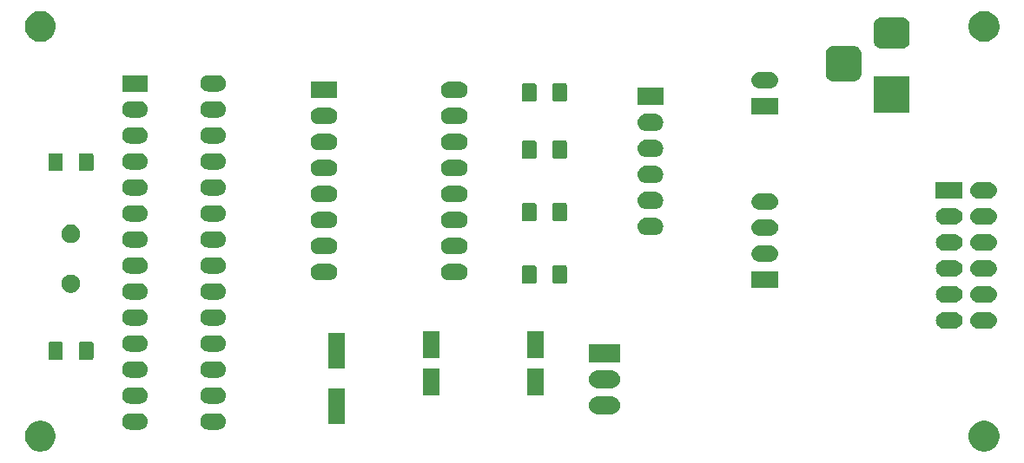
<source format=gbr>
G04 #@! TF.GenerationSoftware,KiCad,Pcbnew,(5.0.1)-rc2*
G04 #@! TF.CreationDate,2020-08-26T14:01:22+08:00*
G04 #@! TF.ProjectId,Peristaltic Pump PCB,506572697374616C7469632050756D70,rev?*
G04 #@! TF.SameCoordinates,PX2ebae40PY9d5b340*
G04 #@! TF.FileFunction,Soldermask,Top*
G04 #@! TF.FilePolarity,Negative*
%FSLAX46Y46*%
G04 Gerber Fmt 4.6, Leading zero omitted, Abs format (unit mm)*
G04 Created by KiCad (PCBNEW (5.0.1)-rc2) date 08/26/20 14:01:22*
%MOMM*%
%LPD*%
G01*
G04 APERTURE LIST*
%ADD10C,0.100000*%
G04 APERTURE END LIST*
D10*
G36*
X96340935Y5461571D02*
X96437534Y5442356D01*
X96710517Y5329283D01*
X96801974Y5268173D01*
X96956197Y5165124D01*
X97165124Y4956197D01*
X97329284Y4710515D01*
X97442356Y4437533D01*
X97500000Y4147739D01*
X97500000Y3852261D01*
X97442356Y3562467D01*
X97329284Y3289485D01*
X97165124Y3043803D01*
X96956197Y2834876D01*
X96956194Y2834874D01*
X96710517Y2670717D01*
X96437534Y2557644D01*
X96340935Y2538429D01*
X96147739Y2500000D01*
X95852261Y2500000D01*
X95659065Y2538429D01*
X95562466Y2557644D01*
X95289483Y2670717D01*
X95043806Y2834874D01*
X95043803Y2834876D01*
X94834876Y3043803D01*
X94670716Y3289485D01*
X94557644Y3562467D01*
X94500000Y3852261D01*
X94500000Y4147739D01*
X94557644Y4437533D01*
X94670716Y4710515D01*
X94834876Y4956197D01*
X95043803Y5165124D01*
X95198026Y5268173D01*
X95289483Y5329283D01*
X95562466Y5442356D01*
X95659065Y5461571D01*
X95852261Y5500000D01*
X96147739Y5500000D01*
X96340935Y5461571D01*
X96340935Y5461571D01*
G37*
G36*
X4340935Y5461571D02*
X4437534Y5442356D01*
X4710517Y5329283D01*
X4801974Y5268173D01*
X4956197Y5165124D01*
X5165124Y4956197D01*
X5329284Y4710515D01*
X5442356Y4437533D01*
X5500000Y4147739D01*
X5500000Y3852261D01*
X5442356Y3562467D01*
X5329284Y3289485D01*
X5165124Y3043803D01*
X4956197Y2834876D01*
X4956194Y2834874D01*
X4710517Y2670717D01*
X4437534Y2557644D01*
X4340935Y2538429D01*
X4147739Y2500000D01*
X3852261Y2500000D01*
X3659065Y2538429D01*
X3562466Y2557644D01*
X3289483Y2670717D01*
X3043806Y2834874D01*
X3043803Y2834876D01*
X2834876Y3043803D01*
X2670716Y3289485D01*
X2557644Y3562467D01*
X2500000Y3852261D01*
X2500000Y4147739D01*
X2557644Y4437533D01*
X2670716Y4710515D01*
X2834876Y4956197D01*
X3043803Y5165124D01*
X3198026Y5268173D01*
X3289483Y5329283D01*
X3562466Y5442356D01*
X3659065Y5461571D01*
X3852261Y5500000D01*
X4147739Y5500000D01*
X4340935Y5461571D01*
X4340935Y5461571D01*
G37*
G36*
X21417649Y6217283D02*
X21456827Y6213424D01*
X21532228Y6190551D01*
X21607629Y6167679D01*
X21746608Y6093392D01*
X21868422Y5993422D01*
X21968392Y5871608D01*
X22042679Y5732629D01*
X22088424Y5581826D01*
X22103870Y5425000D01*
X22088424Y5268174D01*
X22042679Y5117371D01*
X21968392Y4978392D01*
X21868422Y4856578D01*
X21746608Y4756608D01*
X21607629Y4682321D01*
X21532227Y4659448D01*
X21456827Y4636576D01*
X21417649Y4632717D01*
X21339295Y4625000D01*
X20360705Y4625000D01*
X20282351Y4632717D01*
X20243173Y4636576D01*
X20167773Y4659448D01*
X20092371Y4682321D01*
X19953392Y4756608D01*
X19831578Y4856578D01*
X19731608Y4978392D01*
X19657321Y5117371D01*
X19611576Y5268174D01*
X19596130Y5425000D01*
X19611576Y5581826D01*
X19657321Y5732629D01*
X19731608Y5871608D01*
X19831578Y5993422D01*
X19953392Y6093392D01*
X20092371Y6167679D01*
X20167772Y6190551D01*
X20243173Y6213424D01*
X20282351Y6217283D01*
X20360705Y6225000D01*
X21339295Y6225000D01*
X21417649Y6217283D01*
X21417649Y6217283D01*
G37*
G36*
X13797649Y6217283D02*
X13836827Y6213424D01*
X13912228Y6190551D01*
X13987629Y6167679D01*
X14126608Y6093392D01*
X14248422Y5993422D01*
X14348392Y5871608D01*
X14422679Y5732629D01*
X14468424Y5581826D01*
X14483870Y5425000D01*
X14468424Y5268174D01*
X14422679Y5117371D01*
X14348392Y4978392D01*
X14248422Y4856578D01*
X14126608Y4756608D01*
X13987629Y4682321D01*
X13912227Y4659448D01*
X13836827Y4636576D01*
X13797649Y4632717D01*
X13719295Y4625000D01*
X12740705Y4625000D01*
X12662351Y4632717D01*
X12623173Y4636576D01*
X12547773Y4659448D01*
X12472371Y4682321D01*
X12333392Y4756608D01*
X12211578Y4856578D01*
X12111608Y4978392D01*
X12037321Y5117371D01*
X11991576Y5268174D01*
X11976130Y5425000D01*
X11991576Y5581826D01*
X12037321Y5732629D01*
X12111608Y5871608D01*
X12211578Y5993422D01*
X12333392Y6093392D01*
X12472371Y6167679D01*
X12547772Y6190551D01*
X12623173Y6213424D01*
X12662351Y6217283D01*
X12740705Y6225000D01*
X13719295Y6225000D01*
X13797649Y6217283D01*
X13797649Y6217283D01*
G37*
G36*
X33684000Y5166000D02*
X32084000Y5166000D01*
X32084000Y8666000D01*
X33684000Y8666000D01*
X33684000Y5166000D01*
X33684000Y5166000D01*
G37*
G36*
X59776432Y7886978D02*
X59946081Y7835515D01*
X60102433Y7751944D01*
X60239475Y7639475D01*
X60351944Y7502433D01*
X60435515Y7346081D01*
X60486978Y7176432D01*
X60504354Y7000000D01*
X60486978Y6823568D01*
X60435515Y6653919D01*
X60351944Y6497567D01*
X60239475Y6360525D01*
X60102433Y6248056D01*
X59946081Y6164485D01*
X59776432Y6113022D01*
X59644211Y6100000D01*
X58355789Y6100000D01*
X58223568Y6113022D01*
X58053919Y6164485D01*
X57897567Y6248056D01*
X57760525Y6360525D01*
X57648056Y6497567D01*
X57564485Y6653919D01*
X57513022Y6823568D01*
X57495646Y7000000D01*
X57513022Y7176432D01*
X57564485Y7346081D01*
X57648056Y7502433D01*
X57760525Y7639475D01*
X57897567Y7751944D01*
X58053919Y7835515D01*
X58223568Y7886978D01*
X58355789Y7900000D01*
X59644211Y7900000D01*
X59776432Y7886978D01*
X59776432Y7886978D01*
G37*
G36*
X21417649Y8757283D02*
X21456827Y8753424D01*
X21532228Y8730551D01*
X21607629Y8707679D01*
X21746608Y8633392D01*
X21868422Y8533422D01*
X21968392Y8411608D01*
X22042679Y8272629D01*
X22088424Y8121826D01*
X22103870Y7965000D01*
X22088424Y7808174D01*
X22042679Y7657371D01*
X21968392Y7518392D01*
X21868422Y7396578D01*
X21746608Y7296608D01*
X21607629Y7222321D01*
X21532228Y7199449D01*
X21456827Y7176576D01*
X21417649Y7172717D01*
X21339295Y7165000D01*
X20360705Y7165000D01*
X20282351Y7172717D01*
X20243173Y7176576D01*
X20167772Y7199449D01*
X20092371Y7222321D01*
X19953392Y7296608D01*
X19831578Y7396578D01*
X19731608Y7518392D01*
X19657321Y7657371D01*
X19611576Y7808174D01*
X19596130Y7965000D01*
X19611576Y8121826D01*
X19657321Y8272629D01*
X19731608Y8411608D01*
X19831578Y8533422D01*
X19953392Y8633392D01*
X20092371Y8707679D01*
X20167772Y8730551D01*
X20243173Y8753424D01*
X20282351Y8757283D01*
X20360705Y8765000D01*
X21339295Y8765000D01*
X21417649Y8757283D01*
X21417649Y8757283D01*
G37*
G36*
X13797649Y8757283D02*
X13836827Y8753424D01*
X13912228Y8730551D01*
X13987629Y8707679D01*
X14126608Y8633392D01*
X14248422Y8533422D01*
X14348392Y8411608D01*
X14422679Y8272629D01*
X14468424Y8121826D01*
X14483870Y7965000D01*
X14468424Y7808174D01*
X14422679Y7657371D01*
X14348392Y7518392D01*
X14248422Y7396578D01*
X14126608Y7296608D01*
X13987629Y7222321D01*
X13912228Y7199449D01*
X13836827Y7176576D01*
X13797649Y7172717D01*
X13719295Y7165000D01*
X12740705Y7165000D01*
X12662351Y7172717D01*
X12623173Y7176576D01*
X12547772Y7199449D01*
X12472371Y7222321D01*
X12333392Y7296608D01*
X12211578Y7396578D01*
X12111608Y7518392D01*
X12037321Y7657371D01*
X11991576Y7808174D01*
X11976130Y7965000D01*
X11991576Y8121826D01*
X12037321Y8272629D01*
X12111608Y8411608D01*
X12211578Y8533422D01*
X12333392Y8633392D01*
X12472371Y8707679D01*
X12547772Y8730551D01*
X12623173Y8753424D01*
X12662351Y8757283D01*
X12740705Y8765000D01*
X13719295Y8765000D01*
X13797649Y8757283D01*
X13797649Y8757283D01*
G37*
G36*
X53036000Y8008000D02*
X51436000Y8008000D01*
X51436000Y10608000D01*
X53036000Y10608000D01*
X53036000Y8008000D01*
X53036000Y8008000D01*
G37*
G36*
X42876000Y8008000D02*
X41276000Y8008000D01*
X41276000Y10608000D01*
X42876000Y10608000D01*
X42876000Y8008000D01*
X42876000Y8008000D01*
G37*
G36*
X59776432Y10426978D02*
X59946081Y10375515D01*
X60102433Y10291944D01*
X60239475Y10179475D01*
X60351944Y10042433D01*
X60435515Y9886081D01*
X60486978Y9716432D01*
X60504354Y9540000D01*
X60486978Y9363568D01*
X60435515Y9193919D01*
X60351944Y9037567D01*
X60239475Y8900525D01*
X60102433Y8788056D01*
X59946081Y8704485D01*
X59776432Y8653022D01*
X59644211Y8640000D01*
X58355789Y8640000D01*
X58223568Y8653022D01*
X58053919Y8704485D01*
X57897567Y8788056D01*
X57760525Y8900525D01*
X57648056Y9037567D01*
X57564485Y9193919D01*
X57513022Y9363568D01*
X57495646Y9540000D01*
X57513022Y9716432D01*
X57564485Y9886081D01*
X57648056Y10042433D01*
X57760525Y10179475D01*
X57897567Y10291944D01*
X58053919Y10375515D01*
X58223568Y10426978D01*
X58355789Y10440000D01*
X59644211Y10440000D01*
X59776432Y10426978D01*
X59776432Y10426978D01*
G37*
G36*
X13797649Y11297283D02*
X13836827Y11293424D01*
X13912228Y11270551D01*
X13987629Y11247679D01*
X14126608Y11173392D01*
X14248422Y11073422D01*
X14348392Y10951608D01*
X14422679Y10812629D01*
X14468424Y10661826D01*
X14483870Y10505000D01*
X14468424Y10348174D01*
X14422679Y10197371D01*
X14348392Y10058392D01*
X14248422Y9936578D01*
X14126608Y9836608D01*
X13987629Y9762321D01*
X13912228Y9739449D01*
X13836827Y9716576D01*
X13797649Y9712717D01*
X13719295Y9705000D01*
X12740705Y9705000D01*
X12662351Y9712717D01*
X12623173Y9716576D01*
X12547772Y9739449D01*
X12472371Y9762321D01*
X12333392Y9836608D01*
X12211578Y9936578D01*
X12111608Y10058392D01*
X12037321Y10197371D01*
X11991576Y10348174D01*
X11976130Y10505000D01*
X11991576Y10661826D01*
X12037321Y10812629D01*
X12111608Y10951608D01*
X12211578Y11073422D01*
X12333392Y11173392D01*
X12472371Y11247679D01*
X12547772Y11270551D01*
X12623173Y11293424D01*
X12662351Y11297283D01*
X12740705Y11305000D01*
X13719295Y11305000D01*
X13797649Y11297283D01*
X13797649Y11297283D01*
G37*
G36*
X21417649Y11297283D02*
X21456827Y11293424D01*
X21532228Y11270551D01*
X21607629Y11247679D01*
X21746608Y11173392D01*
X21868422Y11073422D01*
X21968392Y10951608D01*
X22042679Y10812629D01*
X22088424Y10661826D01*
X22103870Y10505000D01*
X22088424Y10348174D01*
X22042679Y10197371D01*
X21968392Y10058392D01*
X21868422Y9936578D01*
X21746608Y9836608D01*
X21607629Y9762321D01*
X21532228Y9739449D01*
X21456827Y9716576D01*
X21417649Y9712717D01*
X21339295Y9705000D01*
X20360705Y9705000D01*
X20282351Y9712717D01*
X20243173Y9716576D01*
X20167772Y9739449D01*
X20092371Y9762321D01*
X19953392Y9836608D01*
X19831578Y9936578D01*
X19731608Y10058392D01*
X19657321Y10197371D01*
X19611576Y10348174D01*
X19596130Y10505000D01*
X19611576Y10661826D01*
X19657321Y10812629D01*
X19731608Y10951608D01*
X19831578Y11073422D01*
X19953392Y11173392D01*
X20092371Y11247679D01*
X20167772Y11270551D01*
X20243173Y11293424D01*
X20282351Y11297283D01*
X20360705Y11305000D01*
X21339295Y11305000D01*
X21417649Y11297283D01*
X21417649Y11297283D01*
G37*
G36*
X33684000Y10566000D02*
X32084000Y10566000D01*
X32084000Y14066000D01*
X33684000Y14066000D01*
X33684000Y10566000D01*
X33684000Y10566000D01*
G37*
G36*
X60500000Y11180000D02*
X57500000Y11180000D01*
X57500000Y12980000D01*
X60500000Y12980000D01*
X60500000Y11180000D01*
X60500000Y11180000D01*
G37*
G36*
X9038964Y13201163D02*
X9070528Y13191588D01*
X9099617Y13176040D01*
X9125114Y13155114D01*
X9146040Y13129617D01*
X9161588Y13100528D01*
X9171163Y13068964D01*
X9175000Y13030002D01*
X9175000Y11629998D01*
X9171163Y11591036D01*
X9161588Y11559472D01*
X9146040Y11530383D01*
X9125114Y11504886D01*
X9099617Y11483960D01*
X9070528Y11468412D01*
X9038964Y11458837D01*
X9000002Y11455000D01*
X7924998Y11455000D01*
X7886036Y11458837D01*
X7854472Y11468412D01*
X7825383Y11483960D01*
X7799886Y11504886D01*
X7778960Y11530383D01*
X7763412Y11559472D01*
X7753837Y11591036D01*
X7750000Y11629998D01*
X7750000Y13030002D01*
X7753837Y13068964D01*
X7763412Y13100528D01*
X7778960Y13129617D01*
X7799886Y13155114D01*
X7825383Y13176040D01*
X7854472Y13191588D01*
X7886036Y13201163D01*
X7924998Y13205000D01*
X9000002Y13205000D01*
X9038964Y13201163D01*
X9038964Y13201163D01*
G37*
G36*
X6063964Y13201163D02*
X6095528Y13191588D01*
X6124617Y13176040D01*
X6150114Y13155114D01*
X6171040Y13129617D01*
X6186588Y13100528D01*
X6196163Y13068964D01*
X6200000Y13030002D01*
X6200000Y11629998D01*
X6196163Y11591036D01*
X6186588Y11559472D01*
X6171040Y11530383D01*
X6150114Y11504886D01*
X6124617Y11483960D01*
X6095528Y11468412D01*
X6063964Y11458837D01*
X6025002Y11455000D01*
X4949998Y11455000D01*
X4911036Y11458837D01*
X4879472Y11468412D01*
X4850383Y11483960D01*
X4824886Y11504886D01*
X4803960Y11530383D01*
X4788412Y11559472D01*
X4778837Y11591036D01*
X4775000Y11629998D01*
X4775000Y13030002D01*
X4778837Y13068964D01*
X4788412Y13100528D01*
X4803960Y13129617D01*
X4824886Y13155114D01*
X4850383Y13176040D01*
X4879472Y13191588D01*
X4911036Y13201163D01*
X4949998Y13205000D01*
X6025002Y13205000D01*
X6063964Y13201163D01*
X6063964Y13201163D01*
G37*
G36*
X42876000Y11608000D02*
X41276000Y11608000D01*
X41276000Y14208000D01*
X42876000Y14208000D01*
X42876000Y11608000D01*
X42876000Y11608000D01*
G37*
G36*
X53036000Y11608000D02*
X51436000Y11608000D01*
X51436000Y14208000D01*
X53036000Y14208000D01*
X53036000Y11608000D01*
X53036000Y11608000D01*
G37*
G36*
X21417649Y13837283D02*
X21456827Y13833424D01*
X21532228Y13810551D01*
X21607629Y13787679D01*
X21746608Y13713392D01*
X21868422Y13613422D01*
X21968392Y13491608D01*
X22042679Y13352629D01*
X22042679Y13352628D01*
X22088424Y13201827D01*
X22103870Y13045000D01*
X22099810Y13003773D01*
X22088424Y12888174D01*
X22042679Y12737371D01*
X21968392Y12598392D01*
X21868422Y12476578D01*
X21746608Y12376608D01*
X21607629Y12302321D01*
X21532227Y12279448D01*
X21456827Y12256576D01*
X21417649Y12252717D01*
X21339295Y12245000D01*
X20360705Y12245000D01*
X20282351Y12252717D01*
X20243173Y12256576D01*
X20167773Y12279448D01*
X20092371Y12302321D01*
X19953392Y12376608D01*
X19831578Y12476578D01*
X19731608Y12598392D01*
X19657321Y12737371D01*
X19611576Y12888174D01*
X19600191Y13003773D01*
X19596130Y13045000D01*
X19611576Y13201827D01*
X19657321Y13352628D01*
X19657321Y13352629D01*
X19731608Y13491608D01*
X19831578Y13613422D01*
X19953392Y13713392D01*
X20092371Y13787679D01*
X20167772Y13810551D01*
X20243173Y13833424D01*
X20282351Y13837283D01*
X20360705Y13845000D01*
X21339295Y13845000D01*
X21417649Y13837283D01*
X21417649Y13837283D01*
G37*
G36*
X13797649Y13837283D02*
X13836827Y13833424D01*
X13912228Y13810551D01*
X13987629Y13787679D01*
X14126608Y13713392D01*
X14248422Y13613422D01*
X14348392Y13491608D01*
X14422679Y13352629D01*
X14422679Y13352628D01*
X14468424Y13201827D01*
X14483870Y13045000D01*
X14479810Y13003773D01*
X14468424Y12888174D01*
X14422679Y12737371D01*
X14348392Y12598392D01*
X14248422Y12476578D01*
X14126608Y12376608D01*
X13987629Y12302321D01*
X13912227Y12279448D01*
X13836827Y12256576D01*
X13797649Y12252717D01*
X13719295Y12245000D01*
X12740705Y12245000D01*
X12662351Y12252717D01*
X12623173Y12256576D01*
X12547773Y12279448D01*
X12472371Y12302321D01*
X12333392Y12376608D01*
X12211578Y12476578D01*
X12111608Y12598392D01*
X12037321Y12737371D01*
X11991576Y12888174D01*
X11980191Y13003773D01*
X11976130Y13045000D01*
X11991576Y13201827D01*
X12037321Y13352628D01*
X12037321Y13352629D01*
X12111608Y13491608D01*
X12211578Y13613422D01*
X12333392Y13713392D01*
X12472371Y13787679D01*
X12547772Y13810551D01*
X12623173Y13833424D01*
X12662351Y13837283D01*
X12740705Y13845000D01*
X13719295Y13845000D01*
X13797649Y13837283D01*
X13797649Y13837283D01*
G37*
G36*
X96557649Y16092283D02*
X96596827Y16088424D01*
X96672227Y16065552D01*
X96747629Y16042679D01*
X96886608Y15968392D01*
X97008422Y15868422D01*
X97108392Y15746608D01*
X97182679Y15607629D01*
X97182679Y15607628D01*
X97228424Y15456827D01*
X97243870Y15300000D01*
X97228424Y15143173D01*
X97205551Y15067772D01*
X97182679Y14992371D01*
X97108392Y14853392D01*
X97008422Y14731578D01*
X96886608Y14631608D01*
X96747629Y14557321D01*
X96672227Y14534448D01*
X96596827Y14511576D01*
X96557649Y14507717D01*
X96479295Y14500000D01*
X95400705Y14500000D01*
X95322351Y14507717D01*
X95283173Y14511576D01*
X95207773Y14534448D01*
X95132371Y14557321D01*
X94993392Y14631608D01*
X94871578Y14731578D01*
X94771608Y14853392D01*
X94697321Y14992371D01*
X94674449Y15067772D01*
X94651576Y15143173D01*
X94636130Y15300000D01*
X94651576Y15456827D01*
X94697321Y15607628D01*
X94697321Y15607629D01*
X94771608Y15746608D01*
X94871578Y15868422D01*
X94993392Y15968392D01*
X95132371Y16042679D01*
X95207773Y16065552D01*
X95283173Y16088424D01*
X95322351Y16092283D01*
X95400705Y16100000D01*
X96479295Y16100000D01*
X96557649Y16092283D01*
X96557649Y16092283D01*
G37*
G36*
X93217649Y16092283D02*
X93256827Y16088424D01*
X93332227Y16065552D01*
X93407629Y16042679D01*
X93546608Y15968392D01*
X93668422Y15868422D01*
X93768392Y15746608D01*
X93842679Y15607629D01*
X93842679Y15607628D01*
X93888424Y15456827D01*
X93903870Y15300000D01*
X93888424Y15143173D01*
X93865551Y15067772D01*
X93842679Y14992371D01*
X93768392Y14853392D01*
X93668422Y14731578D01*
X93546608Y14631608D01*
X93407629Y14557321D01*
X93332227Y14534448D01*
X93256827Y14511576D01*
X93217649Y14507717D01*
X93139295Y14500000D01*
X92060705Y14500000D01*
X91982351Y14507717D01*
X91943173Y14511576D01*
X91867773Y14534448D01*
X91792371Y14557321D01*
X91653392Y14631608D01*
X91531578Y14731578D01*
X91431608Y14853392D01*
X91357321Y14992371D01*
X91334449Y15067772D01*
X91311576Y15143173D01*
X91296130Y15300000D01*
X91311576Y15456827D01*
X91357321Y15607628D01*
X91357321Y15607629D01*
X91431608Y15746608D01*
X91531578Y15868422D01*
X91653392Y15968392D01*
X91792371Y16042679D01*
X91867773Y16065552D01*
X91943173Y16088424D01*
X91982351Y16092283D01*
X92060705Y16100000D01*
X93139295Y16100000D01*
X93217649Y16092283D01*
X93217649Y16092283D01*
G37*
G36*
X13797649Y16377283D02*
X13836827Y16373424D01*
X13912228Y16350551D01*
X13987629Y16327679D01*
X14126608Y16253392D01*
X14248422Y16153422D01*
X14348392Y16031608D01*
X14422679Y15892629D01*
X14422679Y15892628D01*
X14466974Y15746608D01*
X14468424Y15741826D01*
X14483870Y15585000D01*
X14468424Y15428174D01*
X14422679Y15277371D01*
X14348392Y15138392D01*
X14248422Y15016578D01*
X14126608Y14916608D01*
X13987629Y14842321D01*
X13912227Y14819448D01*
X13836827Y14796576D01*
X13797649Y14792717D01*
X13719295Y14785000D01*
X12740705Y14785000D01*
X12662351Y14792717D01*
X12623173Y14796576D01*
X12547772Y14819449D01*
X12472371Y14842321D01*
X12333392Y14916608D01*
X12211578Y15016578D01*
X12111608Y15138392D01*
X12037321Y15277371D01*
X11991576Y15428174D01*
X11976130Y15585000D01*
X11991576Y15741826D01*
X11993027Y15746608D01*
X12037321Y15892628D01*
X12037321Y15892629D01*
X12111608Y16031608D01*
X12211578Y16153422D01*
X12333392Y16253392D01*
X12472371Y16327679D01*
X12547773Y16350552D01*
X12623173Y16373424D01*
X12662351Y16377283D01*
X12740705Y16385000D01*
X13719295Y16385000D01*
X13797649Y16377283D01*
X13797649Y16377283D01*
G37*
G36*
X21417649Y16377283D02*
X21456827Y16373424D01*
X21532228Y16350551D01*
X21607629Y16327679D01*
X21746608Y16253392D01*
X21868422Y16153422D01*
X21968392Y16031608D01*
X22042679Y15892629D01*
X22042679Y15892628D01*
X22086974Y15746608D01*
X22088424Y15741826D01*
X22103870Y15585000D01*
X22088424Y15428174D01*
X22042679Y15277371D01*
X21968392Y15138392D01*
X21868422Y15016578D01*
X21746608Y14916608D01*
X21607629Y14842321D01*
X21532227Y14819448D01*
X21456827Y14796576D01*
X21417649Y14792717D01*
X21339295Y14785000D01*
X20360705Y14785000D01*
X20282351Y14792717D01*
X20243173Y14796576D01*
X20167772Y14819449D01*
X20092371Y14842321D01*
X19953392Y14916608D01*
X19831578Y15016578D01*
X19731608Y15138392D01*
X19657321Y15277371D01*
X19611576Y15428174D01*
X19596130Y15585000D01*
X19611576Y15741826D01*
X19613027Y15746608D01*
X19657321Y15892628D01*
X19657321Y15892629D01*
X19731608Y16031608D01*
X19831578Y16153422D01*
X19953392Y16253392D01*
X20092371Y16327679D01*
X20167773Y16350552D01*
X20243173Y16373424D01*
X20282351Y16377283D01*
X20360705Y16385000D01*
X21339295Y16385000D01*
X21417649Y16377283D01*
X21417649Y16377283D01*
G37*
G36*
X96557649Y18632283D02*
X96596827Y18628424D01*
X96672227Y18605552D01*
X96747629Y18582679D01*
X96886608Y18508392D01*
X97008422Y18408422D01*
X97108392Y18286608D01*
X97182679Y18147629D01*
X97182679Y18147628D01*
X97228424Y17996827D01*
X97243870Y17840000D01*
X97228424Y17683173D01*
X97205552Y17607773D01*
X97182679Y17532371D01*
X97108392Y17393392D01*
X97008422Y17271578D01*
X96886608Y17171608D01*
X96747629Y17097321D01*
X96672227Y17074448D01*
X96596827Y17051576D01*
X96557649Y17047717D01*
X96479295Y17040000D01*
X95400705Y17040000D01*
X95322351Y17047717D01*
X95283173Y17051576D01*
X95207773Y17074448D01*
X95132371Y17097321D01*
X94993392Y17171608D01*
X94871578Y17271578D01*
X94771608Y17393392D01*
X94697321Y17532371D01*
X94674448Y17607773D01*
X94651576Y17683173D01*
X94636130Y17840000D01*
X94651576Y17996827D01*
X94697321Y18147628D01*
X94697321Y18147629D01*
X94771608Y18286608D01*
X94871578Y18408422D01*
X94993392Y18508392D01*
X95132371Y18582679D01*
X95207773Y18605552D01*
X95283173Y18628424D01*
X95322351Y18632283D01*
X95400705Y18640000D01*
X96479295Y18640000D01*
X96557649Y18632283D01*
X96557649Y18632283D01*
G37*
G36*
X93217649Y18632283D02*
X93256827Y18628424D01*
X93332227Y18605552D01*
X93407629Y18582679D01*
X93546608Y18508392D01*
X93668422Y18408422D01*
X93768392Y18286608D01*
X93842679Y18147629D01*
X93842679Y18147628D01*
X93888424Y17996827D01*
X93903870Y17840000D01*
X93888424Y17683173D01*
X93865552Y17607773D01*
X93842679Y17532371D01*
X93768392Y17393392D01*
X93668422Y17271578D01*
X93546608Y17171608D01*
X93407629Y17097321D01*
X93332227Y17074448D01*
X93256827Y17051576D01*
X93217649Y17047717D01*
X93139295Y17040000D01*
X92060705Y17040000D01*
X91982351Y17047717D01*
X91943173Y17051576D01*
X91867773Y17074448D01*
X91792371Y17097321D01*
X91653392Y17171608D01*
X91531578Y17271578D01*
X91431608Y17393392D01*
X91357321Y17532371D01*
X91334448Y17607773D01*
X91311576Y17683173D01*
X91296130Y17840000D01*
X91311576Y17996827D01*
X91357321Y18147628D01*
X91357321Y18147629D01*
X91431608Y18286608D01*
X91531578Y18408422D01*
X91653392Y18508392D01*
X91792371Y18582679D01*
X91867773Y18605552D01*
X91943173Y18628424D01*
X91982351Y18632283D01*
X92060705Y18640000D01*
X93139295Y18640000D01*
X93217649Y18632283D01*
X93217649Y18632283D01*
G37*
G36*
X21389755Y18920030D02*
X21456827Y18913424D01*
X21497783Y18901000D01*
X21607629Y18867679D01*
X21746608Y18793392D01*
X21868422Y18693422D01*
X21968392Y18571608D01*
X22042679Y18432629D01*
X22042679Y18432628D01*
X22086974Y18286608D01*
X22088424Y18281826D01*
X22103870Y18125000D01*
X22088424Y17968174D01*
X22042679Y17817371D01*
X21968392Y17678392D01*
X21868422Y17556578D01*
X21746608Y17456608D01*
X21607629Y17382321D01*
X21532228Y17359449D01*
X21456827Y17336576D01*
X21417649Y17332717D01*
X21339295Y17325000D01*
X20360705Y17325000D01*
X20282351Y17332717D01*
X20243173Y17336576D01*
X20167772Y17359449D01*
X20092371Y17382321D01*
X19953392Y17456608D01*
X19831578Y17556578D01*
X19731608Y17678392D01*
X19657321Y17817371D01*
X19611576Y17968174D01*
X19596130Y18125000D01*
X19611576Y18281826D01*
X19613027Y18286608D01*
X19657321Y18432628D01*
X19657321Y18432629D01*
X19731608Y18571608D01*
X19831578Y18693422D01*
X19953392Y18793392D01*
X20092371Y18867679D01*
X20202217Y18901000D01*
X20243173Y18913424D01*
X20310245Y18920030D01*
X20360705Y18925000D01*
X21339295Y18925000D01*
X21389755Y18920030D01*
X21389755Y18920030D01*
G37*
G36*
X13769755Y18920030D02*
X13836827Y18913424D01*
X13877783Y18901000D01*
X13987629Y18867679D01*
X14126608Y18793392D01*
X14248422Y18693422D01*
X14348392Y18571608D01*
X14422679Y18432629D01*
X14422679Y18432628D01*
X14466974Y18286608D01*
X14468424Y18281826D01*
X14483870Y18125000D01*
X14468424Y17968174D01*
X14422679Y17817371D01*
X14348392Y17678392D01*
X14248422Y17556578D01*
X14126608Y17456608D01*
X13987629Y17382321D01*
X13912228Y17359449D01*
X13836827Y17336576D01*
X13797649Y17332717D01*
X13719295Y17325000D01*
X12740705Y17325000D01*
X12662351Y17332717D01*
X12623173Y17336576D01*
X12547772Y17359449D01*
X12472371Y17382321D01*
X12333392Y17456608D01*
X12211578Y17556578D01*
X12111608Y17678392D01*
X12037321Y17817371D01*
X11991576Y17968174D01*
X11976130Y18125000D01*
X11991576Y18281826D01*
X11993027Y18286608D01*
X12037321Y18432628D01*
X12037321Y18432629D01*
X12111608Y18571608D01*
X12211578Y18693422D01*
X12333392Y18793392D01*
X12472371Y18867679D01*
X12582217Y18901000D01*
X12623173Y18913424D01*
X12690245Y18920030D01*
X12740705Y18925000D01*
X13719295Y18925000D01*
X13769755Y18920030D01*
X13769755Y18920030D01*
G37*
G36*
X7237521Y19745414D02*
X7401309Y19677571D01*
X7548720Y19579074D01*
X7674074Y19453720D01*
X7772571Y19306309D01*
X7840414Y19142521D01*
X7875000Y18968644D01*
X7875000Y18791356D01*
X7840414Y18617479D01*
X7772571Y18453691D01*
X7674074Y18306280D01*
X7548720Y18180926D01*
X7401309Y18082429D01*
X7237521Y18014586D01*
X7063644Y17980000D01*
X6886356Y17980000D01*
X6712479Y18014586D01*
X6548691Y18082429D01*
X6401280Y18180926D01*
X6275926Y18306280D01*
X6177429Y18453691D01*
X6109586Y18617479D01*
X6075000Y18791356D01*
X6075000Y18968644D01*
X6109586Y19142521D01*
X6177429Y19306309D01*
X6275926Y19453720D01*
X6401280Y19579074D01*
X6548691Y19677571D01*
X6712479Y19745414D01*
X6886356Y19780000D01*
X7063644Y19780000D01*
X7237521Y19745414D01*
X7237521Y19745414D01*
G37*
G36*
X75936000Y18485000D02*
X73336000Y18485000D01*
X73336000Y20085000D01*
X75936000Y20085000D01*
X75936000Y18485000D01*
X75936000Y18485000D01*
G37*
G36*
X55203964Y20647163D02*
X55235528Y20637588D01*
X55264617Y20622040D01*
X55290114Y20601114D01*
X55311040Y20575617D01*
X55326588Y20546528D01*
X55336163Y20514964D01*
X55340000Y20476002D01*
X55340000Y19075998D01*
X55336163Y19037036D01*
X55326588Y19005472D01*
X55311040Y18976383D01*
X55290114Y18950886D01*
X55264617Y18929960D01*
X55235528Y18914412D01*
X55203964Y18904837D01*
X55165002Y18901000D01*
X54089998Y18901000D01*
X54051036Y18904837D01*
X54019472Y18914412D01*
X53990383Y18929960D01*
X53964886Y18950886D01*
X53943960Y18976383D01*
X53928412Y19005472D01*
X53918837Y19037036D01*
X53915000Y19075998D01*
X53915000Y20476002D01*
X53918837Y20514964D01*
X53928412Y20546528D01*
X53943960Y20575617D01*
X53964886Y20601114D01*
X53990383Y20622040D01*
X54019472Y20637588D01*
X54051036Y20647163D01*
X54089998Y20651000D01*
X55165002Y20651000D01*
X55203964Y20647163D01*
X55203964Y20647163D01*
G37*
G36*
X52228964Y20647163D02*
X52260528Y20637588D01*
X52289617Y20622040D01*
X52315114Y20601114D01*
X52336040Y20575617D01*
X52351588Y20546528D01*
X52361163Y20514964D01*
X52365000Y20476002D01*
X52365000Y19075998D01*
X52361163Y19037036D01*
X52351588Y19005472D01*
X52336040Y18976383D01*
X52315114Y18950886D01*
X52289617Y18929960D01*
X52260528Y18914412D01*
X52228964Y18904837D01*
X52190002Y18901000D01*
X51114998Y18901000D01*
X51076036Y18904837D01*
X51044472Y18914412D01*
X51015383Y18929960D01*
X50989886Y18950886D01*
X50968960Y18976383D01*
X50953412Y19005472D01*
X50943837Y19037036D01*
X50940000Y19075998D01*
X50940000Y20476002D01*
X50943837Y20514964D01*
X50953412Y20546528D01*
X50968960Y20575617D01*
X50989886Y20601114D01*
X51015383Y20622040D01*
X51044472Y20637588D01*
X51076036Y20647163D01*
X51114998Y20651000D01*
X52190002Y20651000D01*
X52228964Y20647163D01*
X52228964Y20647163D01*
G37*
G36*
X44962649Y20822283D02*
X45001827Y20818424D01*
X45077227Y20795552D01*
X45152629Y20772679D01*
X45291608Y20698392D01*
X45413422Y20598422D01*
X45513392Y20476608D01*
X45587679Y20337629D01*
X45587679Y20337628D01*
X45633424Y20186827D01*
X45648870Y20030000D01*
X45633424Y19873173D01*
X45614739Y19811578D01*
X45587679Y19722371D01*
X45513392Y19583392D01*
X45413422Y19461578D01*
X45291608Y19361608D01*
X45152629Y19287321D01*
X45077228Y19264449D01*
X45001827Y19241576D01*
X44962649Y19237717D01*
X44884295Y19230000D01*
X43805705Y19230000D01*
X43727351Y19237717D01*
X43688173Y19241576D01*
X43612773Y19264448D01*
X43537371Y19287321D01*
X43398392Y19361608D01*
X43276578Y19461578D01*
X43176608Y19583392D01*
X43102321Y19722371D01*
X43075261Y19811578D01*
X43056576Y19873173D01*
X43041130Y20030000D01*
X43056576Y20186827D01*
X43102321Y20337628D01*
X43102321Y20337629D01*
X43176608Y20476608D01*
X43276578Y20598422D01*
X43398392Y20698392D01*
X43537371Y20772679D01*
X43612773Y20795552D01*
X43688173Y20818424D01*
X43727351Y20822283D01*
X43805705Y20830000D01*
X44884295Y20830000D01*
X44962649Y20822283D01*
X44962649Y20822283D01*
G37*
G36*
X32262649Y20822283D02*
X32301827Y20818424D01*
X32377227Y20795552D01*
X32452629Y20772679D01*
X32591608Y20698392D01*
X32713422Y20598422D01*
X32813392Y20476608D01*
X32887679Y20337629D01*
X32887679Y20337628D01*
X32933424Y20186827D01*
X32948870Y20030000D01*
X32933424Y19873173D01*
X32914739Y19811578D01*
X32887679Y19722371D01*
X32813392Y19583392D01*
X32713422Y19461578D01*
X32591608Y19361608D01*
X32452629Y19287321D01*
X32377228Y19264449D01*
X32301827Y19241576D01*
X32262649Y19237717D01*
X32184295Y19230000D01*
X31105705Y19230000D01*
X31027351Y19237717D01*
X30988173Y19241576D01*
X30912773Y19264448D01*
X30837371Y19287321D01*
X30698392Y19361608D01*
X30576578Y19461578D01*
X30476608Y19583392D01*
X30402321Y19722371D01*
X30375261Y19811578D01*
X30356576Y19873173D01*
X30341130Y20030000D01*
X30356576Y20186827D01*
X30402321Y20337628D01*
X30402321Y20337629D01*
X30476608Y20476608D01*
X30576578Y20598422D01*
X30698392Y20698392D01*
X30837371Y20772679D01*
X30912773Y20795552D01*
X30988173Y20818424D01*
X31027351Y20822283D01*
X31105705Y20830000D01*
X32184295Y20830000D01*
X32262649Y20822283D01*
X32262649Y20822283D01*
G37*
G36*
X93217649Y21172283D02*
X93256827Y21168424D01*
X93295779Y21156608D01*
X93407629Y21122679D01*
X93546608Y21048392D01*
X93668422Y20948422D01*
X93768392Y20826608D01*
X93842679Y20687629D01*
X93859563Y20631970D01*
X93888424Y20536827D01*
X93903870Y20380000D01*
X93888424Y20223173D01*
X93877398Y20186826D01*
X93842679Y20072371D01*
X93768392Y19933392D01*
X93668422Y19811578D01*
X93546608Y19711608D01*
X93407629Y19637321D01*
X93332227Y19614448D01*
X93256827Y19591576D01*
X93217649Y19587717D01*
X93139295Y19580000D01*
X92060705Y19580000D01*
X91982351Y19587717D01*
X91943173Y19591576D01*
X91867773Y19614448D01*
X91792371Y19637321D01*
X91653392Y19711608D01*
X91531578Y19811578D01*
X91431608Y19933392D01*
X91357321Y20072371D01*
X91322602Y20186826D01*
X91311576Y20223173D01*
X91296130Y20380000D01*
X91311576Y20536827D01*
X91340437Y20631970D01*
X91357321Y20687629D01*
X91431608Y20826608D01*
X91531578Y20948422D01*
X91653392Y21048392D01*
X91792371Y21122679D01*
X91904221Y21156608D01*
X91943173Y21168424D01*
X91982351Y21172283D01*
X92060705Y21180000D01*
X93139295Y21180000D01*
X93217649Y21172283D01*
X93217649Y21172283D01*
G37*
G36*
X96557649Y21172283D02*
X96596827Y21168424D01*
X96635779Y21156608D01*
X96747629Y21122679D01*
X96886608Y21048392D01*
X97008422Y20948422D01*
X97108392Y20826608D01*
X97182679Y20687629D01*
X97199563Y20631970D01*
X97228424Y20536827D01*
X97243870Y20380000D01*
X97228424Y20223173D01*
X97217398Y20186826D01*
X97182679Y20072371D01*
X97108392Y19933392D01*
X97008422Y19811578D01*
X96886608Y19711608D01*
X96747629Y19637321D01*
X96672227Y19614448D01*
X96596827Y19591576D01*
X96557649Y19587717D01*
X96479295Y19580000D01*
X95400705Y19580000D01*
X95322351Y19587717D01*
X95283173Y19591576D01*
X95207773Y19614448D01*
X95132371Y19637321D01*
X94993392Y19711608D01*
X94871578Y19811578D01*
X94771608Y19933392D01*
X94697321Y20072371D01*
X94662602Y20186826D01*
X94651576Y20223173D01*
X94636130Y20380000D01*
X94651576Y20536827D01*
X94680437Y20631970D01*
X94697321Y20687629D01*
X94771608Y20826608D01*
X94871578Y20948422D01*
X94993392Y21048392D01*
X95132371Y21122679D01*
X95244221Y21156608D01*
X95283173Y21168424D01*
X95322351Y21172283D01*
X95400705Y21180000D01*
X96479295Y21180000D01*
X96557649Y21172283D01*
X96557649Y21172283D01*
G37*
G36*
X21417649Y21457283D02*
X21456827Y21453424D01*
X21532228Y21430551D01*
X21607629Y21407679D01*
X21746608Y21333392D01*
X21868422Y21233422D01*
X21968392Y21111608D01*
X22042679Y20972629D01*
X22042679Y20972628D01*
X22088424Y20821827D01*
X22103870Y20665000D01*
X22088424Y20508173D01*
X22065552Y20432773D01*
X22042679Y20357371D01*
X21968392Y20218392D01*
X21868422Y20096578D01*
X21746608Y19996608D01*
X21607629Y19922321D01*
X21532227Y19899448D01*
X21456827Y19876576D01*
X21422286Y19873174D01*
X21339295Y19865000D01*
X20360705Y19865000D01*
X20277714Y19873174D01*
X20243173Y19876576D01*
X20167773Y19899448D01*
X20092371Y19922321D01*
X19953392Y19996608D01*
X19831578Y20096578D01*
X19731608Y20218392D01*
X19657321Y20357371D01*
X19634448Y20432773D01*
X19611576Y20508173D01*
X19596130Y20665000D01*
X19611576Y20821827D01*
X19657321Y20972628D01*
X19657321Y20972629D01*
X19731608Y21111608D01*
X19831578Y21233422D01*
X19953392Y21333392D01*
X20092371Y21407679D01*
X20167772Y21430551D01*
X20243173Y21453424D01*
X20282351Y21457283D01*
X20360705Y21465000D01*
X21339295Y21465000D01*
X21417649Y21457283D01*
X21417649Y21457283D01*
G37*
G36*
X13797649Y21457283D02*
X13836827Y21453424D01*
X13912228Y21430551D01*
X13987629Y21407679D01*
X14126608Y21333392D01*
X14248422Y21233422D01*
X14348392Y21111608D01*
X14422679Y20972629D01*
X14422679Y20972628D01*
X14468424Y20821827D01*
X14483870Y20665000D01*
X14468424Y20508173D01*
X14445552Y20432773D01*
X14422679Y20357371D01*
X14348392Y20218392D01*
X14248422Y20096578D01*
X14126608Y19996608D01*
X13987629Y19922321D01*
X13912227Y19899448D01*
X13836827Y19876576D01*
X13802286Y19873174D01*
X13719295Y19865000D01*
X12740705Y19865000D01*
X12657714Y19873174D01*
X12623173Y19876576D01*
X12547773Y19899448D01*
X12472371Y19922321D01*
X12333392Y19996608D01*
X12211578Y20096578D01*
X12111608Y20218392D01*
X12037321Y20357371D01*
X12014448Y20432773D01*
X11991576Y20508173D01*
X11976130Y20665000D01*
X11991576Y20821827D01*
X12037321Y20972628D01*
X12037321Y20972629D01*
X12111608Y21111608D01*
X12211578Y21233422D01*
X12333392Y21333392D01*
X12472371Y21407679D01*
X12547772Y21430551D01*
X12623173Y21453424D01*
X12662351Y21457283D01*
X12740705Y21465000D01*
X13719295Y21465000D01*
X13797649Y21457283D01*
X13797649Y21457283D01*
G37*
G36*
X75253649Y22617283D02*
X75292827Y22613424D01*
X75368227Y22590552D01*
X75443629Y22567679D01*
X75582608Y22493392D01*
X75704422Y22393422D01*
X75804392Y22271608D01*
X75878679Y22132629D01*
X75878679Y22132628D01*
X75918433Y22001578D01*
X75924424Y21981826D01*
X75939870Y21825000D01*
X75924424Y21668174D01*
X75878679Y21517371D01*
X75804392Y21378392D01*
X75704422Y21256578D01*
X75582608Y21156608D01*
X75443629Y21082321D01*
X75368228Y21059449D01*
X75292827Y21036576D01*
X75253649Y21032717D01*
X75175295Y21025000D01*
X74096705Y21025000D01*
X74018351Y21032717D01*
X73979173Y21036576D01*
X73903772Y21059449D01*
X73828371Y21082321D01*
X73689392Y21156608D01*
X73567578Y21256578D01*
X73467608Y21378392D01*
X73393321Y21517371D01*
X73347576Y21668174D01*
X73332130Y21825000D01*
X73347576Y21981826D01*
X73353568Y22001578D01*
X73393321Y22132628D01*
X73393321Y22132629D01*
X73467608Y22271608D01*
X73567578Y22393422D01*
X73689392Y22493392D01*
X73828371Y22567679D01*
X73903772Y22590551D01*
X73979173Y22613424D01*
X74018351Y22617283D01*
X74096705Y22625000D01*
X75175295Y22625000D01*
X75253649Y22617283D01*
X75253649Y22617283D01*
G37*
G36*
X32262649Y23362283D02*
X32301827Y23358424D01*
X32377227Y23335552D01*
X32452629Y23312679D01*
X32591608Y23238392D01*
X32713422Y23138422D01*
X32813392Y23016608D01*
X32887679Y22877629D01*
X32910551Y22802228D01*
X32933424Y22726827D01*
X32948870Y22570000D01*
X32933424Y22413173D01*
X32914739Y22351578D01*
X32887679Y22262371D01*
X32813392Y22123392D01*
X32713422Y22001578D01*
X32591608Y21901608D01*
X32452629Y21827321D01*
X32377227Y21804448D01*
X32301827Y21781576D01*
X32262649Y21777717D01*
X32184295Y21770000D01*
X31105705Y21770000D01*
X31027351Y21777717D01*
X30988173Y21781576D01*
X30912773Y21804448D01*
X30837371Y21827321D01*
X30698392Y21901608D01*
X30576578Y22001578D01*
X30476608Y22123392D01*
X30402321Y22262371D01*
X30375261Y22351578D01*
X30356576Y22413173D01*
X30341130Y22570000D01*
X30356576Y22726827D01*
X30379448Y22802227D01*
X30402321Y22877629D01*
X30476608Y23016608D01*
X30576578Y23138422D01*
X30698392Y23238392D01*
X30837371Y23312679D01*
X30912772Y23335551D01*
X30988173Y23358424D01*
X31027351Y23362283D01*
X31105705Y23370000D01*
X32184295Y23370000D01*
X32262649Y23362283D01*
X32262649Y23362283D01*
G37*
G36*
X44962649Y23362283D02*
X45001827Y23358424D01*
X45077227Y23335552D01*
X45152629Y23312679D01*
X45291608Y23238392D01*
X45413422Y23138422D01*
X45513392Y23016608D01*
X45587679Y22877629D01*
X45610551Y22802228D01*
X45633424Y22726827D01*
X45648870Y22570000D01*
X45633424Y22413173D01*
X45614739Y22351578D01*
X45587679Y22262371D01*
X45513392Y22123392D01*
X45413422Y22001578D01*
X45291608Y21901608D01*
X45152629Y21827321D01*
X45077227Y21804448D01*
X45001827Y21781576D01*
X44962649Y21777717D01*
X44884295Y21770000D01*
X43805705Y21770000D01*
X43727351Y21777717D01*
X43688173Y21781576D01*
X43612773Y21804448D01*
X43537371Y21827321D01*
X43398392Y21901608D01*
X43276578Y22001578D01*
X43176608Y22123392D01*
X43102321Y22262371D01*
X43075261Y22351578D01*
X43056576Y22413173D01*
X43041130Y22570000D01*
X43056576Y22726827D01*
X43079448Y22802227D01*
X43102321Y22877629D01*
X43176608Y23016608D01*
X43276578Y23138422D01*
X43398392Y23238392D01*
X43537371Y23312679D01*
X43612772Y23335551D01*
X43688173Y23358424D01*
X43727351Y23362283D01*
X43805705Y23370000D01*
X44884295Y23370000D01*
X44962649Y23362283D01*
X44962649Y23362283D01*
G37*
G36*
X96557649Y23712283D02*
X96596827Y23708424D01*
X96635779Y23696608D01*
X96747629Y23662679D01*
X96886608Y23588392D01*
X97008422Y23488422D01*
X97108392Y23366608D01*
X97182679Y23227629D01*
X97182679Y23227628D01*
X97228424Y23076827D01*
X97243870Y22920000D01*
X97228424Y22763173D01*
X97217398Y22726826D01*
X97182679Y22612371D01*
X97108392Y22473392D01*
X97008422Y22351578D01*
X96886608Y22251608D01*
X96747629Y22177321D01*
X96672227Y22154448D01*
X96596827Y22131576D01*
X96557649Y22127717D01*
X96479295Y22120000D01*
X95400705Y22120000D01*
X95322351Y22127717D01*
X95283173Y22131576D01*
X95207772Y22154449D01*
X95132371Y22177321D01*
X94993392Y22251608D01*
X94871578Y22351578D01*
X94771608Y22473392D01*
X94697321Y22612371D01*
X94662602Y22726826D01*
X94651576Y22763173D01*
X94636130Y22920000D01*
X94651576Y23076827D01*
X94697321Y23227628D01*
X94697321Y23227629D01*
X94771608Y23366608D01*
X94871578Y23488422D01*
X94993392Y23588392D01*
X95132371Y23662679D01*
X95244221Y23696608D01*
X95283173Y23708424D01*
X95322351Y23712283D01*
X95400705Y23720000D01*
X96479295Y23720000D01*
X96557649Y23712283D01*
X96557649Y23712283D01*
G37*
G36*
X93217649Y23712283D02*
X93256827Y23708424D01*
X93295779Y23696608D01*
X93407629Y23662679D01*
X93546608Y23588392D01*
X93668422Y23488422D01*
X93768392Y23366608D01*
X93842679Y23227629D01*
X93842679Y23227628D01*
X93888424Y23076827D01*
X93903870Y22920000D01*
X93888424Y22763173D01*
X93877398Y22726826D01*
X93842679Y22612371D01*
X93768392Y22473392D01*
X93668422Y22351578D01*
X93546608Y22251608D01*
X93407629Y22177321D01*
X93332227Y22154448D01*
X93256827Y22131576D01*
X93217649Y22127717D01*
X93139295Y22120000D01*
X92060705Y22120000D01*
X91982351Y22127717D01*
X91943173Y22131576D01*
X91867772Y22154449D01*
X91792371Y22177321D01*
X91653392Y22251608D01*
X91531578Y22351578D01*
X91431608Y22473392D01*
X91357321Y22612371D01*
X91322602Y22726826D01*
X91311576Y22763173D01*
X91296130Y22920000D01*
X91311576Y23076827D01*
X91357321Y23227628D01*
X91357321Y23227629D01*
X91431608Y23366608D01*
X91531578Y23488422D01*
X91653392Y23588392D01*
X91792371Y23662679D01*
X91904221Y23696608D01*
X91943173Y23708424D01*
X91982351Y23712283D01*
X92060705Y23720000D01*
X93139295Y23720000D01*
X93217649Y23712283D01*
X93217649Y23712283D01*
G37*
G36*
X21417649Y23997283D02*
X21456827Y23993424D01*
X21532228Y23970551D01*
X21607629Y23947679D01*
X21746608Y23873392D01*
X21868422Y23773422D01*
X21968392Y23651608D01*
X22042679Y23512629D01*
X22050022Y23488422D01*
X22086974Y23366608D01*
X22088424Y23361826D01*
X22103870Y23205000D01*
X22088424Y23048174D01*
X22042679Y22897371D01*
X21968392Y22758392D01*
X21868422Y22636578D01*
X21746608Y22536608D01*
X21607629Y22462321D01*
X21532227Y22439448D01*
X21456827Y22416576D01*
X21422286Y22413174D01*
X21339295Y22405000D01*
X20360705Y22405000D01*
X20277714Y22413174D01*
X20243173Y22416576D01*
X20167773Y22439448D01*
X20092371Y22462321D01*
X19953392Y22536608D01*
X19831578Y22636578D01*
X19731608Y22758392D01*
X19657321Y22897371D01*
X19611576Y23048174D01*
X19596130Y23205000D01*
X19611576Y23361826D01*
X19613027Y23366608D01*
X19649978Y23488422D01*
X19657321Y23512629D01*
X19731608Y23651608D01*
X19831578Y23773422D01*
X19953392Y23873392D01*
X20092371Y23947679D01*
X20167772Y23970551D01*
X20243173Y23993424D01*
X20282351Y23997283D01*
X20360705Y24005000D01*
X21339295Y24005000D01*
X21417649Y23997283D01*
X21417649Y23997283D01*
G37*
G36*
X13797649Y23997283D02*
X13836827Y23993424D01*
X13912228Y23970551D01*
X13987629Y23947679D01*
X14126608Y23873392D01*
X14248422Y23773422D01*
X14348392Y23651608D01*
X14422679Y23512629D01*
X14430022Y23488422D01*
X14466974Y23366608D01*
X14468424Y23361826D01*
X14483870Y23205000D01*
X14468424Y23048174D01*
X14422679Y22897371D01*
X14348392Y22758392D01*
X14248422Y22636578D01*
X14126608Y22536608D01*
X13987629Y22462321D01*
X13912227Y22439448D01*
X13836827Y22416576D01*
X13802286Y22413174D01*
X13719295Y22405000D01*
X12740705Y22405000D01*
X12657714Y22413174D01*
X12623173Y22416576D01*
X12547773Y22439448D01*
X12472371Y22462321D01*
X12333392Y22536608D01*
X12211578Y22636578D01*
X12111608Y22758392D01*
X12037321Y22897371D01*
X11991576Y23048174D01*
X11976130Y23205000D01*
X11991576Y23361826D01*
X11993027Y23366608D01*
X12029978Y23488422D01*
X12037321Y23512629D01*
X12111608Y23651608D01*
X12211578Y23773422D01*
X12333392Y23873392D01*
X12472371Y23947679D01*
X12547772Y23970551D01*
X12623173Y23993424D01*
X12662351Y23997283D01*
X12740705Y24005000D01*
X13719295Y24005000D01*
X13797649Y23997283D01*
X13797649Y23997283D01*
G37*
G36*
X7237521Y24625414D02*
X7401309Y24557571D01*
X7548720Y24459074D01*
X7674074Y24333720D01*
X7772571Y24186309D01*
X7840414Y24022521D01*
X7875000Y23848644D01*
X7875000Y23671356D01*
X7840414Y23497479D01*
X7772571Y23333691D01*
X7674074Y23186280D01*
X7548720Y23060926D01*
X7401309Y22962429D01*
X7237521Y22894586D01*
X7063644Y22860000D01*
X6886356Y22860000D01*
X6712479Y22894586D01*
X6548691Y22962429D01*
X6401280Y23060926D01*
X6275926Y23186280D01*
X6177429Y23333691D01*
X6109586Y23497479D01*
X6075000Y23671356D01*
X6075000Y23848644D01*
X6109586Y24022521D01*
X6177429Y24186309D01*
X6275926Y24333720D01*
X6401280Y24459074D01*
X6548691Y24557571D01*
X6712479Y24625414D01*
X6886356Y24660000D01*
X7063644Y24660000D01*
X7237521Y24625414D01*
X7237521Y24625414D01*
G37*
G36*
X75253649Y25157283D02*
X75292827Y25153424D01*
X75360037Y25133036D01*
X75443629Y25107679D01*
X75582608Y25033392D01*
X75704422Y24933422D01*
X75804392Y24811608D01*
X75878679Y24672629D01*
X75893001Y24625414D01*
X75924424Y24521827D01*
X75939870Y24365000D01*
X75924424Y24208173D01*
X75906215Y24148145D01*
X75878679Y24057371D01*
X75804392Y23918392D01*
X75704422Y23796578D01*
X75582608Y23696608D01*
X75443629Y23622321D01*
X75368228Y23599449D01*
X75292827Y23576576D01*
X75253649Y23572717D01*
X75175295Y23565000D01*
X74096705Y23565000D01*
X74018351Y23572717D01*
X73979173Y23576576D01*
X73903772Y23599449D01*
X73828371Y23622321D01*
X73689392Y23696608D01*
X73567578Y23796578D01*
X73467608Y23918392D01*
X73393321Y24057371D01*
X73365785Y24148145D01*
X73347576Y24208173D01*
X73332130Y24365000D01*
X73347576Y24521827D01*
X73378999Y24625414D01*
X73393321Y24672629D01*
X73467608Y24811608D01*
X73567578Y24933422D01*
X73689392Y25033392D01*
X73828371Y25107679D01*
X73911963Y25133036D01*
X73979173Y25153424D01*
X74018351Y25157283D01*
X74096705Y25165000D01*
X75175295Y25165000D01*
X75253649Y25157283D01*
X75253649Y25157283D01*
G37*
G36*
X64041630Y25312701D02*
X64201855Y25264097D01*
X64349520Y25185169D01*
X64478949Y25078949D01*
X64585169Y24949520D01*
X64664097Y24801855D01*
X64712701Y24641630D01*
X64729112Y24475000D01*
X64712701Y24308370D01*
X64664097Y24148145D01*
X64585169Y24000480D01*
X64478949Y23871051D01*
X64349520Y23764831D01*
X64201855Y23685903D01*
X64041630Y23637299D01*
X63916752Y23625000D01*
X63033248Y23625000D01*
X62908370Y23637299D01*
X62748145Y23685903D01*
X62600480Y23764831D01*
X62471051Y23871051D01*
X62364831Y24000480D01*
X62285903Y24148145D01*
X62237299Y24308370D01*
X62220888Y24475000D01*
X62237299Y24641630D01*
X62285903Y24801855D01*
X62364831Y24949520D01*
X62471051Y25078949D01*
X62600480Y25185169D01*
X62748145Y25264097D01*
X62908370Y25312701D01*
X63033248Y25325000D01*
X63916752Y25325000D01*
X64041630Y25312701D01*
X64041630Y25312701D01*
G37*
G36*
X44962649Y25902283D02*
X45001827Y25898424D01*
X45077227Y25875552D01*
X45152629Y25852679D01*
X45291608Y25778392D01*
X45413422Y25678422D01*
X45513392Y25556608D01*
X45587679Y25417629D01*
X45587679Y25417628D01*
X45633424Y25266827D01*
X45648870Y25110000D01*
X45633424Y24953173D01*
X45614739Y24891578D01*
X45587679Y24802371D01*
X45513392Y24663392D01*
X45413422Y24541578D01*
X45291608Y24441608D01*
X45152629Y24367321D01*
X45077227Y24344448D01*
X45001827Y24321576D01*
X44962649Y24317717D01*
X44884295Y24310000D01*
X43805705Y24310000D01*
X43727351Y24317717D01*
X43688173Y24321576D01*
X43612773Y24344448D01*
X43537371Y24367321D01*
X43398392Y24441608D01*
X43276578Y24541578D01*
X43176608Y24663392D01*
X43102321Y24802371D01*
X43075261Y24891578D01*
X43056576Y24953173D01*
X43041130Y25110000D01*
X43056576Y25266827D01*
X43102321Y25417628D01*
X43102321Y25417629D01*
X43176608Y25556608D01*
X43276578Y25678422D01*
X43398392Y25778392D01*
X43537371Y25852679D01*
X43612773Y25875552D01*
X43688173Y25898424D01*
X43727351Y25902283D01*
X43805705Y25910000D01*
X44884295Y25910000D01*
X44962649Y25902283D01*
X44962649Y25902283D01*
G37*
G36*
X32262649Y25902283D02*
X32301827Y25898424D01*
X32377227Y25875552D01*
X32452629Y25852679D01*
X32591608Y25778392D01*
X32713422Y25678422D01*
X32813392Y25556608D01*
X32887679Y25417629D01*
X32887679Y25417628D01*
X32933424Y25266827D01*
X32948870Y25110000D01*
X32933424Y24953173D01*
X32914739Y24891578D01*
X32887679Y24802371D01*
X32813392Y24663392D01*
X32713422Y24541578D01*
X32591608Y24441608D01*
X32452629Y24367321D01*
X32377227Y24344448D01*
X32301827Y24321576D01*
X32262649Y24317717D01*
X32184295Y24310000D01*
X31105705Y24310000D01*
X31027351Y24317717D01*
X30988173Y24321576D01*
X30912773Y24344448D01*
X30837371Y24367321D01*
X30698392Y24441608D01*
X30576578Y24541578D01*
X30476608Y24663392D01*
X30402321Y24802371D01*
X30375261Y24891578D01*
X30356576Y24953173D01*
X30341130Y25110000D01*
X30356576Y25266827D01*
X30402321Y25417628D01*
X30402321Y25417629D01*
X30476608Y25556608D01*
X30576578Y25678422D01*
X30698392Y25778392D01*
X30837371Y25852679D01*
X30912773Y25875552D01*
X30988173Y25898424D01*
X31027351Y25902283D01*
X31105705Y25910000D01*
X32184295Y25910000D01*
X32262649Y25902283D01*
X32262649Y25902283D01*
G37*
G36*
X96557649Y26252283D02*
X96596827Y26248424D01*
X96635779Y26236608D01*
X96747629Y26202679D01*
X96886608Y26128392D01*
X97008422Y26028422D01*
X97108392Y25906608D01*
X97182679Y25767629D01*
X97182679Y25767628D01*
X97228424Y25616827D01*
X97243870Y25460000D01*
X97228424Y25303173D01*
X97217398Y25266826D01*
X97182679Y25152371D01*
X97108392Y25013392D01*
X97008422Y24891578D01*
X96886608Y24791608D01*
X96747629Y24717321D01*
X96672227Y24694448D01*
X96596827Y24671576D01*
X96557649Y24667717D01*
X96479295Y24660000D01*
X95400705Y24660000D01*
X95322351Y24667717D01*
X95283173Y24671576D01*
X95207773Y24694448D01*
X95132371Y24717321D01*
X94993392Y24791608D01*
X94871578Y24891578D01*
X94771608Y25013392D01*
X94697321Y25152371D01*
X94662602Y25266826D01*
X94651576Y25303173D01*
X94636130Y25460000D01*
X94651576Y25616827D01*
X94697321Y25767628D01*
X94697321Y25767629D01*
X94771608Y25906608D01*
X94871578Y26028422D01*
X94993392Y26128392D01*
X95132371Y26202679D01*
X95244221Y26236608D01*
X95283173Y26248424D01*
X95322351Y26252283D01*
X95400705Y26260000D01*
X96479295Y26260000D01*
X96557649Y26252283D01*
X96557649Y26252283D01*
G37*
G36*
X93217649Y26252283D02*
X93256827Y26248424D01*
X93295779Y26236608D01*
X93407629Y26202679D01*
X93546608Y26128392D01*
X93668422Y26028422D01*
X93768392Y25906608D01*
X93842679Y25767629D01*
X93842679Y25767628D01*
X93888424Y25616827D01*
X93903870Y25460000D01*
X93888424Y25303173D01*
X93877398Y25266826D01*
X93842679Y25152371D01*
X93768392Y25013392D01*
X93668422Y24891578D01*
X93546608Y24791608D01*
X93407629Y24717321D01*
X93332227Y24694448D01*
X93256827Y24671576D01*
X93217649Y24667717D01*
X93139295Y24660000D01*
X92060705Y24660000D01*
X91982351Y24667717D01*
X91943173Y24671576D01*
X91867773Y24694448D01*
X91792371Y24717321D01*
X91653392Y24791608D01*
X91531578Y24891578D01*
X91431608Y25013392D01*
X91357321Y25152371D01*
X91322602Y25266826D01*
X91311576Y25303173D01*
X91296130Y25460000D01*
X91311576Y25616827D01*
X91357321Y25767628D01*
X91357321Y25767629D01*
X91431608Y25906608D01*
X91531578Y26028422D01*
X91653392Y26128392D01*
X91792371Y26202679D01*
X91904221Y26236608D01*
X91943173Y26248424D01*
X91982351Y26252283D01*
X92060705Y26260000D01*
X93139295Y26260000D01*
X93217649Y26252283D01*
X93217649Y26252283D01*
G37*
G36*
X13797649Y26537283D02*
X13836827Y26533424D01*
X13912227Y26510552D01*
X13987629Y26487679D01*
X14126608Y26413392D01*
X14248422Y26313422D01*
X14348392Y26191608D01*
X14422679Y26052629D01*
X14422679Y26052628D01*
X14466974Y25906608D01*
X14468424Y25901826D01*
X14483870Y25745000D01*
X14468424Y25588174D01*
X14422679Y25437371D01*
X14348392Y25298392D01*
X14248422Y25176578D01*
X14126608Y25076608D01*
X13987629Y25002321D01*
X13912228Y24979449D01*
X13836827Y24956576D01*
X13802286Y24953174D01*
X13719295Y24945000D01*
X12740705Y24945000D01*
X12657714Y24953174D01*
X12623173Y24956576D01*
X12547772Y24979449D01*
X12472371Y25002321D01*
X12333392Y25076608D01*
X12211578Y25176578D01*
X12111608Y25298392D01*
X12037321Y25437371D01*
X11991576Y25588174D01*
X11976130Y25745000D01*
X11991576Y25901826D01*
X11993027Y25906608D01*
X12037321Y26052628D01*
X12037321Y26052629D01*
X12111608Y26191608D01*
X12211578Y26313422D01*
X12333392Y26413392D01*
X12472371Y26487679D01*
X12547773Y26510552D01*
X12623173Y26533424D01*
X12662351Y26537283D01*
X12740705Y26545000D01*
X13719295Y26545000D01*
X13797649Y26537283D01*
X13797649Y26537283D01*
G37*
G36*
X21417649Y26537283D02*
X21456827Y26533424D01*
X21532227Y26510552D01*
X21607629Y26487679D01*
X21746608Y26413392D01*
X21868422Y26313422D01*
X21968392Y26191608D01*
X22042679Y26052629D01*
X22042679Y26052628D01*
X22086974Y25906608D01*
X22088424Y25901826D01*
X22103870Y25745000D01*
X22088424Y25588174D01*
X22042679Y25437371D01*
X21968392Y25298392D01*
X21868422Y25176578D01*
X21746608Y25076608D01*
X21607629Y25002321D01*
X21532228Y24979449D01*
X21456827Y24956576D01*
X21422286Y24953174D01*
X21339295Y24945000D01*
X20360705Y24945000D01*
X20277714Y24953174D01*
X20243173Y24956576D01*
X20167772Y24979449D01*
X20092371Y25002321D01*
X19953392Y25076608D01*
X19831578Y25176578D01*
X19731608Y25298392D01*
X19657321Y25437371D01*
X19611576Y25588174D01*
X19596130Y25745000D01*
X19611576Y25901826D01*
X19613027Y25906608D01*
X19657321Y26052628D01*
X19657321Y26052629D01*
X19731608Y26191608D01*
X19831578Y26313422D01*
X19953392Y26413392D01*
X20092371Y26487679D01*
X20167773Y26510552D01*
X20243173Y26533424D01*
X20282351Y26537283D01*
X20360705Y26545000D01*
X21339295Y26545000D01*
X21417649Y26537283D01*
X21417649Y26537283D01*
G37*
G36*
X55203964Y26743163D02*
X55235528Y26733588D01*
X55264617Y26718040D01*
X55290114Y26697114D01*
X55311040Y26671617D01*
X55326588Y26642528D01*
X55336163Y26610964D01*
X55340000Y26572002D01*
X55340000Y25171998D01*
X55336163Y25133036D01*
X55326588Y25101472D01*
X55311040Y25072383D01*
X55290114Y25046886D01*
X55264617Y25025960D01*
X55235528Y25010412D01*
X55203964Y25000837D01*
X55165002Y24997000D01*
X54089998Y24997000D01*
X54051036Y25000837D01*
X54019472Y25010412D01*
X53990383Y25025960D01*
X53964886Y25046886D01*
X53943960Y25072383D01*
X53928412Y25101472D01*
X53918837Y25133036D01*
X53915000Y25171998D01*
X53915000Y26572002D01*
X53918837Y26610964D01*
X53928412Y26642528D01*
X53943960Y26671617D01*
X53964886Y26697114D01*
X53990383Y26718040D01*
X54019472Y26733588D01*
X54051036Y26743163D01*
X54089998Y26747000D01*
X55165002Y26747000D01*
X55203964Y26743163D01*
X55203964Y26743163D01*
G37*
G36*
X52228964Y26743163D02*
X52260528Y26733588D01*
X52289617Y26718040D01*
X52315114Y26697114D01*
X52336040Y26671617D01*
X52351588Y26642528D01*
X52361163Y26610964D01*
X52365000Y26572002D01*
X52365000Y25171998D01*
X52361163Y25133036D01*
X52351588Y25101472D01*
X52336040Y25072383D01*
X52315114Y25046886D01*
X52289617Y25025960D01*
X52260528Y25010412D01*
X52228964Y25000837D01*
X52190002Y24997000D01*
X51114998Y24997000D01*
X51076036Y25000837D01*
X51044472Y25010412D01*
X51015383Y25025960D01*
X50989886Y25046886D01*
X50968960Y25072383D01*
X50953412Y25101472D01*
X50943837Y25133036D01*
X50940000Y25171998D01*
X50940000Y26572002D01*
X50943837Y26610964D01*
X50953412Y26642528D01*
X50968960Y26671617D01*
X50989886Y26697114D01*
X51015383Y26718040D01*
X51044472Y26733588D01*
X51076036Y26743163D01*
X51114998Y26747000D01*
X52190002Y26747000D01*
X52228964Y26743163D01*
X52228964Y26743163D01*
G37*
G36*
X75253649Y27697283D02*
X75292827Y27693424D01*
X75368228Y27670551D01*
X75443629Y27647679D01*
X75582608Y27573392D01*
X75704422Y27473422D01*
X75804392Y27351608D01*
X75878679Y27212629D01*
X75901552Y27137227D01*
X75924424Y27061827D01*
X75939870Y26905000D01*
X75924424Y26748173D01*
X75918295Y26727970D01*
X75878679Y26597371D01*
X75804392Y26458392D01*
X75704422Y26336578D01*
X75582608Y26236608D01*
X75443629Y26162321D01*
X75368227Y26139448D01*
X75292827Y26116576D01*
X75253649Y26112717D01*
X75175295Y26105000D01*
X74096705Y26105000D01*
X74018351Y26112717D01*
X73979173Y26116576D01*
X73903773Y26139448D01*
X73828371Y26162321D01*
X73689392Y26236608D01*
X73567578Y26336578D01*
X73467608Y26458392D01*
X73393321Y26597371D01*
X73353705Y26727970D01*
X73347576Y26748173D01*
X73332130Y26905000D01*
X73347576Y27061827D01*
X73370448Y27137227D01*
X73393321Y27212629D01*
X73467608Y27351608D01*
X73567578Y27473422D01*
X73689392Y27573392D01*
X73828371Y27647679D01*
X73903773Y27670552D01*
X73979173Y27693424D01*
X74018351Y27697283D01*
X74096705Y27705000D01*
X75175295Y27705000D01*
X75253649Y27697283D01*
X75253649Y27697283D01*
G37*
G36*
X64041630Y27852701D02*
X64201855Y27804097D01*
X64349520Y27725169D01*
X64478949Y27618949D01*
X64585169Y27489520D01*
X64664097Y27341855D01*
X64712701Y27181630D01*
X64729112Y27015000D01*
X64712701Y26848370D01*
X64664097Y26688145D01*
X64585169Y26540480D01*
X64478949Y26411051D01*
X64349520Y26304831D01*
X64201855Y26225903D01*
X64041630Y26177299D01*
X63916752Y26165000D01*
X63033248Y26165000D01*
X62908370Y26177299D01*
X62748145Y26225903D01*
X62600480Y26304831D01*
X62471051Y26411051D01*
X62364831Y26540480D01*
X62285903Y26688145D01*
X62237299Y26848370D01*
X62220888Y27015000D01*
X62237299Y27181630D01*
X62285903Y27341855D01*
X62364831Y27489520D01*
X62471051Y27618949D01*
X62600480Y27725169D01*
X62748145Y27804097D01*
X62908370Y27852701D01*
X63033248Y27865000D01*
X63916752Y27865000D01*
X64041630Y27852701D01*
X64041630Y27852701D01*
G37*
G36*
X32262649Y28442283D02*
X32301827Y28438424D01*
X32377228Y28415551D01*
X32452629Y28392679D01*
X32591608Y28318392D01*
X32713422Y28218422D01*
X32813392Y28096608D01*
X32887679Y27957629D01*
X32887679Y27957628D01*
X32933424Y27806827D01*
X32948870Y27650000D01*
X32933424Y27493173D01*
X32914739Y27431578D01*
X32887679Y27342371D01*
X32813392Y27203392D01*
X32713422Y27081578D01*
X32591608Y26981608D01*
X32452629Y26907321D01*
X32377228Y26884449D01*
X32301827Y26861576D01*
X32262649Y26857717D01*
X32184295Y26850000D01*
X31105705Y26850000D01*
X31027351Y26857717D01*
X30988173Y26861576D01*
X30912772Y26884449D01*
X30837371Y26907321D01*
X30698392Y26981608D01*
X30576578Y27081578D01*
X30476608Y27203392D01*
X30402321Y27342371D01*
X30375261Y27431578D01*
X30356576Y27493173D01*
X30341130Y27650000D01*
X30356576Y27806827D01*
X30402321Y27957628D01*
X30402321Y27957629D01*
X30476608Y28096608D01*
X30576578Y28218422D01*
X30698392Y28318392D01*
X30837371Y28392679D01*
X30912772Y28415551D01*
X30988173Y28438424D01*
X31027351Y28442283D01*
X31105705Y28450000D01*
X32184295Y28450000D01*
X32262649Y28442283D01*
X32262649Y28442283D01*
G37*
G36*
X44962649Y28442283D02*
X45001827Y28438424D01*
X45077228Y28415551D01*
X45152629Y28392679D01*
X45291608Y28318392D01*
X45413422Y28218422D01*
X45513392Y28096608D01*
X45587679Y27957629D01*
X45587679Y27957628D01*
X45633424Y27806827D01*
X45648870Y27650000D01*
X45633424Y27493173D01*
X45614739Y27431578D01*
X45587679Y27342371D01*
X45513392Y27203392D01*
X45413422Y27081578D01*
X45291608Y26981608D01*
X45152629Y26907321D01*
X45077228Y26884449D01*
X45001827Y26861576D01*
X44962649Y26857717D01*
X44884295Y26850000D01*
X43805705Y26850000D01*
X43727351Y26857717D01*
X43688173Y26861576D01*
X43612772Y26884449D01*
X43537371Y26907321D01*
X43398392Y26981608D01*
X43276578Y27081578D01*
X43176608Y27203392D01*
X43102321Y27342371D01*
X43075261Y27431578D01*
X43056576Y27493173D01*
X43041130Y27650000D01*
X43056576Y27806827D01*
X43102321Y27957628D01*
X43102321Y27957629D01*
X43176608Y28096608D01*
X43276578Y28218422D01*
X43398392Y28318392D01*
X43537371Y28392679D01*
X43612773Y28415552D01*
X43688173Y28438424D01*
X43727351Y28442283D01*
X43805705Y28450000D01*
X44884295Y28450000D01*
X44962649Y28442283D01*
X44962649Y28442283D01*
G37*
G36*
X93900000Y27200000D02*
X91300000Y27200000D01*
X91300000Y28800000D01*
X93900000Y28800000D01*
X93900000Y27200000D01*
X93900000Y27200000D01*
G37*
G36*
X96557649Y28792283D02*
X96596827Y28788424D01*
X96671069Y28765903D01*
X96747629Y28742679D01*
X96886608Y28668392D01*
X97008422Y28568422D01*
X97108392Y28446608D01*
X97182679Y28307629D01*
X97182679Y28307628D01*
X97228424Y28156827D01*
X97243870Y28000000D01*
X97228424Y27843173D01*
X97217398Y27806826D01*
X97182679Y27692371D01*
X97108392Y27553392D01*
X97008422Y27431578D01*
X96886608Y27331608D01*
X96747629Y27257321D01*
X96672227Y27234448D01*
X96596827Y27211576D01*
X96557649Y27207717D01*
X96479295Y27200000D01*
X95400705Y27200000D01*
X95322351Y27207717D01*
X95283173Y27211576D01*
X95207773Y27234448D01*
X95132371Y27257321D01*
X94993392Y27331608D01*
X94871578Y27431578D01*
X94771608Y27553392D01*
X94697321Y27692371D01*
X94662602Y27806826D01*
X94651576Y27843173D01*
X94636130Y28000000D01*
X94651576Y28156827D01*
X94697321Y28307628D01*
X94697321Y28307629D01*
X94771608Y28446608D01*
X94871578Y28568422D01*
X94993392Y28668392D01*
X95132371Y28742679D01*
X95208931Y28765903D01*
X95283173Y28788424D01*
X95322351Y28792283D01*
X95400705Y28800000D01*
X96479295Y28800000D01*
X96557649Y28792283D01*
X96557649Y28792283D01*
G37*
G36*
X21417649Y29077283D02*
X21456827Y29073424D01*
X21532228Y29050551D01*
X21607629Y29027679D01*
X21746608Y28953392D01*
X21868422Y28853422D01*
X21968392Y28731608D01*
X22042679Y28592629D01*
X22042679Y28592628D01*
X22086974Y28446608D01*
X22088424Y28441826D01*
X22103870Y28285000D01*
X22088424Y28128174D01*
X22042679Y27977371D01*
X21968392Y27838392D01*
X21868422Y27716578D01*
X21746608Y27616608D01*
X21607629Y27542321D01*
X21532228Y27519449D01*
X21456827Y27496576D01*
X21422286Y27493174D01*
X21339295Y27485000D01*
X20360705Y27485000D01*
X20277714Y27493174D01*
X20243173Y27496576D01*
X20167772Y27519449D01*
X20092371Y27542321D01*
X19953392Y27616608D01*
X19831578Y27716578D01*
X19731608Y27838392D01*
X19657321Y27977371D01*
X19611576Y28128174D01*
X19596130Y28285000D01*
X19611576Y28441826D01*
X19613027Y28446608D01*
X19657321Y28592628D01*
X19657321Y28592629D01*
X19731608Y28731608D01*
X19831578Y28853422D01*
X19953392Y28953392D01*
X20092371Y29027679D01*
X20167772Y29050551D01*
X20243173Y29073424D01*
X20282351Y29077283D01*
X20360705Y29085000D01*
X21339295Y29085000D01*
X21417649Y29077283D01*
X21417649Y29077283D01*
G37*
G36*
X13797649Y29077283D02*
X13836827Y29073424D01*
X13912228Y29050551D01*
X13987629Y29027679D01*
X14126608Y28953392D01*
X14248422Y28853422D01*
X14348392Y28731608D01*
X14422679Y28592629D01*
X14422679Y28592628D01*
X14466974Y28446608D01*
X14468424Y28441826D01*
X14483870Y28285000D01*
X14468424Y28128174D01*
X14422679Y27977371D01*
X14348392Y27838392D01*
X14248422Y27716578D01*
X14126608Y27616608D01*
X13987629Y27542321D01*
X13912228Y27519449D01*
X13836827Y27496576D01*
X13802286Y27493174D01*
X13719295Y27485000D01*
X12740705Y27485000D01*
X12657714Y27493174D01*
X12623173Y27496576D01*
X12547772Y27519449D01*
X12472371Y27542321D01*
X12333392Y27616608D01*
X12211578Y27716578D01*
X12111608Y27838392D01*
X12037321Y27977371D01*
X11991576Y28128174D01*
X11976130Y28285000D01*
X11991576Y28441826D01*
X11993027Y28446608D01*
X12037321Y28592628D01*
X12037321Y28592629D01*
X12111608Y28731608D01*
X12211578Y28853422D01*
X12333392Y28953392D01*
X12472371Y29027679D01*
X12547772Y29050551D01*
X12623173Y29073424D01*
X12662351Y29077283D01*
X12740705Y29085000D01*
X13719295Y29085000D01*
X13797649Y29077283D01*
X13797649Y29077283D01*
G37*
G36*
X64041630Y30392701D02*
X64201855Y30344097D01*
X64349520Y30265169D01*
X64478949Y30158949D01*
X64585169Y30029520D01*
X64664097Y29881855D01*
X64712701Y29721630D01*
X64729112Y29555000D01*
X64712701Y29388370D01*
X64664097Y29228145D01*
X64585169Y29080480D01*
X64478949Y28951051D01*
X64349520Y28844831D01*
X64201855Y28765903D01*
X64041630Y28717299D01*
X63916752Y28705000D01*
X63033248Y28705000D01*
X62908370Y28717299D01*
X62748145Y28765903D01*
X62600480Y28844831D01*
X62471051Y28951051D01*
X62364831Y29080480D01*
X62285903Y29228145D01*
X62237299Y29388370D01*
X62220888Y29555000D01*
X62237299Y29721630D01*
X62285903Y29881855D01*
X62364831Y30029520D01*
X62471051Y30158949D01*
X62600480Y30265169D01*
X62748145Y30344097D01*
X62908370Y30392701D01*
X63033248Y30405000D01*
X63916752Y30405000D01*
X64041630Y30392701D01*
X64041630Y30392701D01*
G37*
G36*
X32262649Y30982283D02*
X32301827Y30978424D01*
X32377228Y30955551D01*
X32452629Y30932679D01*
X32591608Y30858392D01*
X32713422Y30758422D01*
X32813392Y30636608D01*
X32887679Y30497629D01*
X32887679Y30497628D01*
X32933424Y30346827D01*
X32948870Y30190000D01*
X32933424Y30033173D01*
X32930741Y30024329D01*
X32887679Y29882371D01*
X32813392Y29743392D01*
X32713422Y29621578D01*
X32591608Y29521608D01*
X32452629Y29447321D01*
X32377227Y29424448D01*
X32301827Y29401576D01*
X32262649Y29397717D01*
X32184295Y29390000D01*
X31105705Y29390000D01*
X31027351Y29397717D01*
X30988173Y29401576D01*
X30912773Y29424448D01*
X30837371Y29447321D01*
X30698392Y29521608D01*
X30576578Y29621578D01*
X30476608Y29743392D01*
X30402321Y29882371D01*
X30359259Y30024329D01*
X30356576Y30033173D01*
X30341130Y30190000D01*
X30356576Y30346827D01*
X30402321Y30497628D01*
X30402321Y30497629D01*
X30476608Y30636608D01*
X30576578Y30758422D01*
X30698392Y30858392D01*
X30837371Y30932679D01*
X30912772Y30955551D01*
X30988173Y30978424D01*
X31027351Y30982283D01*
X31105705Y30990000D01*
X32184295Y30990000D01*
X32262649Y30982283D01*
X32262649Y30982283D01*
G37*
G36*
X44962649Y30982283D02*
X45001827Y30978424D01*
X45077228Y30955551D01*
X45152629Y30932679D01*
X45291608Y30858392D01*
X45413422Y30758422D01*
X45513392Y30636608D01*
X45587679Y30497629D01*
X45587679Y30497628D01*
X45633424Y30346827D01*
X45648870Y30190000D01*
X45633424Y30033173D01*
X45630741Y30024329D01*
X45587679Y29882371D01*
X45513392Y29743392D01*
X45413422Y29621578D01*
X45291608Y29521608D01*
X45152629Y29447321D01*
X45077227Y29424448D01*
X45001827Y29401576D01*
X44962649Y29397717D01*
X44884295Y29390000D01*
X43805705Y29390000D01*
X43727351Y29397717D01*
X43688173Y29401576D01*
X43612773Y29424448D01*
X43537371Y29447321D01*
X43398392Y29521608D01*
X43276578Y29621578D01*
X43176608Y29743392D01*
X43102321Y29882371D01*
X43059259Y30024329D01*
X43056576Y30033173D01*
X43041130Y30190000D01*
X43056576Y30346827D01*
X43102321Y30497628D01*
X43102321Y30497629D01*
X43176608Y30636608D01*
X43276578Y30758422D01*
X43398392Y30858392D01*
X43537371Y30932679D01*
X43612772Y30955551D01*
X43688173Y30978424D01*
X43727351Y30982283D01*
X43805705Y30990000D01*
X44884295Y30990000D01*
X44962649Y30982283D01*
X44962649Y30982283D01*
G37*
G36*
X6063964Y31616163D02*
X6095528Y31606588D01*
X6124617Y31591040D01*
X6150114Y31570114D01*
X6171040Y31544617D01*
X6186588Y31515528D01*
X6196163Y31483964D01*
X6200000Y31445002D01*
X6200000Y30044998D01*
X6196163Y30006036D01*
X6186588Y29974472D01*
X6171040Y29945383D01*
X6150114Y29919886D01*
X6124617Y29898960D01*
X6095528Y29883412D01*
X6063964Y29873837D01*
X6025002Y29870000D01*
X4949998Y29870000D01*
X4911036Y29873837D01*
X4879472Y29883412D01*
X4850383Y29898960D01*
X4824886Y29919886D01*
X4803960Y29945383D01*
X4788412Y29974472D01*
X4778837Y30006036D01*
X4775000Y30044998D01*
X4775000Y31445002D01*
X4778837Y31483964D01*
X4788412Y31515528D01*
X4803960Y31544617D01*
X4824886Y31570114D01*
X4850383Y31591040D01*
X4879472Y31606588D01*
X4911036Y31616163D01*
X4949998Y31620000D01*
X6025002Y31620000D01*
X6063964Y31616163D01*
X6063964Y31616163D01*
G37*
G36*
X9038964Y31616163D02*
X9070528Y31606588D01*
X9099617Y31591040D01*
X9125114Y31570114D01*
X9146040Y31544617D01*
X9161588Y31515528D01*
X9171163Y31483964D01*
X9175000Y31445002D01*
X9175000Y30044998D01*
X9171163Y30006036D01*
X9161588Y29974472D01*
X9146040Y29945383D01*
X9125114Y29919886D01*
X9099617Y29898960D01*
X9070528Y29883412D01*
X9038964Y29873837D01*
X9000002Y29870000D01*
X7924998Y29870000D01*
X7886036Y29873837D01*
X7854472Y29883412D01*
X7825383Y29898960D01*
X7799886Y29919886D01*
X7778960Y29945383D01*
X7763412Y29974472D01*
X7753837Y30006036D01*
X7750000Y30044998D01*
X7750000Y31445002D01*
X7753837Y31483964D01*
X7763412Y31515528D01*
X7778960Y31544617D01*
X7799886Y31570114D01*
X7825383Y31591040D01*
X7854472Y31606588D01*
X7886036Y31616163D01*
X7924998Y31620000D01*
X9000002Y31620000D01*
X9038964Y31616163D01*
X9038964Y31616163D01*
G37*
G36*
X21417649Y31617283D02*
X21456827Y31613424D01*
X21479362Y31606588D01*
X21607629Y31567679D01*
X21746608Y31493392D01*
X21868422Y31393422D01*
X21968392Y31271608D01*
X22042679Y31132629D01*
X22050632Y31106412D01*
X22085945Y30990000D01*
X22088424Y30981826D01*
X22103870Y30825000D01*
X22088424Y30668174D01*
X22042679Y30517371D01*
X21968392Y30378392D01*
X21868422Y30256578D01*
X21746608Y30156608D01*
X21607629Y30082321D01*
X21532227Y30059448D01*
X21456827Y30036576D01*
X21422286Y30033174D01*
X21339295Y30025000D01*
X20360705Y30025000D01*
X20277714Y30033174D01*
X20243173Y30036576D01*
X20167773Y30059448D01*
X20092371Y30082321D01*
X19953392Y30156608D01*
X19831578Y30256578D01*
X19731608Y30378392D01*
X19657321Y30517371D01*
X19611576Y30668174D01*
X19596130Y30825000D01*
X19611576Y30981826D01*
X19614056Y30990000D01*
X19649368Y31106412D01*
X19657321Y31132629D01*
X19731608Y31271608D01*
X19831578Y31393422D01*
X19953392Y31493392D01*
X20092371Y31567679D01*
X20220638Y31606588D01*
X20243173Y31613424D01*
X20282351Y31617283D01*
X20360705Y31625000D01*
X21339295Y31625000D01*
X21417649Y31617283D01*
X21417649Y31617283D01*
G37*
G36*
X13797649Y31617283D02*
X13836827Y31613424D01*
X13859362Y31606588D01*
X13987629Y31567679D01*
X14126608Y31493392D01*
X14248422Y31393422D01*
X14348392Y31271608D01*
X14422679Y31132629D01*
X14430632Y31106412D01*
X14465945Y30990000D01*
X14468424Y30981826D01*
X14483870Y30825000D01*
X14468424Y30668174D01*
X14422679Y30517371D01*
X14348392Y30378392D01*
X14248422Y30256578D01*
X14126608Y30156608D01*
X13987629Y30082321D01*
X13912227Y30059448D01*
X13836827Y30036576D01*
X13802286Y30033174D01*
X13719295Y30025000D01*
X12740705Y30025000D01*
X12657714Y30033174D01*
X12623173Y30036576D01*
X12547773Y30059448D01*
X12472371Y30082321D01*
X12333392Y30156608D01*
X12211578Y30256578D01*
X12111608Y30378392D01*
X12037321Y30517371D01*
X11991576Y30668174D01*
X11976130Y30825000D01*
X11991576Y30981826D01*
X11994056Y30990000D01*
X12029368Y31106412D01*
X12037321Y31132629D01*
X12111608Y31271608D01*
X12211578Y31393422D01*
X12333392Y31493392D01*
X12472371Y31567679D01*
X12600638Y31606588D01*
X12623173Y31613424D01*
X12662351Y31617283D01*
X12740705Y31625000D01*
X13719295Y31625000D01*
X13797649Y31617283D01*
X13797649Y31617283D01*
G37*
G36*
X55203964Y32839163D02*
X55235528Y32829588D01*
X55264617Y32814040D01*
X55290114Y32793114D01*
X55311040Y32767617D01*
X55326588Y32738528D01*
X55336163Y32706964D01*
X55340000Y32668002D01*
X55340000Y31267998D01*
X55336163Y31229036D01*
X55326588Y31197472D01*
X55311040Y31168383D01*
X55290114Y31142886D01*
X55264617Y31121960D01*
X55235528Y31106412D01*
X55203964Y31096837D01*
X55165002Y31093000D01*
X54089998Y31093000D01*
X54051036Y31096837D01*
X54019472Y31106412D01*
X53990383Y31121960D01*
X53964886Y31142886D01*
X53943960Y31168383D01*
X53928412Y31197472D01*
X53918837Y31229036D01*
X53915000Y31267998D01*
X53915000Y32668002D01*
X53918837Y32706964D01*
X53928412Y32738528D01*
X53943960Y32767617D01*
X53964886Y32793114D01*
X53990383Y32814040D01*
X54019472Y32829588D01*
X54051036Y32839163D01*
X54089998Y32843000D01*
X55165002Y32843000D01*
X55203964Y32839163D01*
X55203964Y32839163D01*
G37*
G36*
X52228964Y32839163D02*
X52260528Y32829588D01*
X52289617Y32814040D01*
X52315114Y32793114D01*
X52336040Y32767617D01*
X52351588Y32738528D01*
X52361163Y32706964D01*
X52365000Y32668002D01*
X52365000Y31267998D01*
X52361163Y31229036D01*
X52351588Y31197472D01*
X52336040Y31168383D01*
X52315114Y31142886D01*
X52289617Y31121960D01*
X52260528Y31106412D01*
X52228964Y31096837D01*
X52190002Y31093000D01*
X51114998Y31093000D01*
X51076036Y31096837D01*
X51044472Y31106412D01*
X51015383Y31121960D01*
X50989886Y31142886D01*
X50968960Y31168383D01*
X50953412Y31197472D01*
X50943837Y31229036D01*
X50940000Y31267998D01*
X50940000Y32668002D01*
X50943837Y32706964D01*
X50953412Y32738528D01*
X50968960Y32767617D01*
X50989886Y32793114D01*
X51015383Y32814040D01*
X51044472Y32829588D01*
X51076036Y32839163D01*
X51114998Y32843000D01*
X52190002Y32843000D01*
X52228964Y32839163D01*
X52228964Y32839163D01*
G37*
G36*
X64041630Y32932701D02*
X64201855Y32884097D01*
X64349520Y32805169D01*
X64478949Y32698949D01*
X64585169Y32569520D01*
X64664097Y32421855D01*
X64712701Y32261630D01*
X64729112Y32095000D01*
X64712701Y31928370D01*
X64664097Y31768145D01*
X64585169Y31620480D01*
X64478949Y31491051D01*
X64349520Y31384831D01*
X64201855Y31305903D01*
X64041630Y31257299D01*
X63916752Y31245000D01*
X63033248Y31245000D01*
X62908370Y31257299D01*
X62748145Y31305903D01*
X62600480Y31384831D01*
X62471051Y31491051D01*
X62364831Y31620480D01*
X62285903Y31768145D01*
X62237299Y31928370D01*
X62220888Y32095000D01*
X62237299Y32261630D01*
X62285903Y32421855D01*
X62364831Y32569520D01*
X62471051Y32698949D01*
X62600480Y32805169D01*
X62748145Y32884097D01*
X62908370Y32932701D01*
X63033248Y32945000D01*
X63916752Y32945000D01*
X64041630Y32932701D01*
X64041630Y32932701D01*
G37*
G36*
X32262649Y33522283D02*
X32301827Y33518424D01*
X32377228Y33495551D01*
X32452629Y33472679D01*
X32591608Y33398392D01*
X32713422Y33298422D01*
X32813392Y33176608D01*
X32887679Y33037629D01*
X32887679Y33037628D01*
X32933424Y32886827D01*
X32948870Y32730000D01*
X32933424Y32573173D01*
X32910552Y32497773D01*
X32887679Y32422371D01*
X32813392Y32283392D01*
X32713422Y32161578D01*
X32591608Y32061608D01*
X32452629Y31987321D01*
X32377227Y31964448D01*
X32301827Y31941576D01*
X32262649Y31937717D01*
X32184295Y31930000D01*
X31105705Y31930000D01*
X31027351Y31937717D01*
X30988173Y31941576D01*
X30912773Y31964448D01*
X30837371Y31987321D01*
X30698392Y32061608D01*
X30576578Y32161578D01*
X30476608Y32283392D01*
X30402321Y32422371D01*
X30379449Y32497772D01*
X30356576Y32573173D01*
X30341130Y32730000D01*
X30356576Y32886827D01*
X30402321Y33037628D01*
X30402321Y33037629D01*
X30476608Y33176608D01*
X30576578Y33298422D01*
X30698392Y33398392D01*
X30837371Y33472679D01*
X30912772Y33495551D01*
X30988173Y33518424D01*
X31027351Y33522283D01*
X31105705Y33530000D01*
X32184295Y33530000D01*
X32262649Y33522283D01*
X32262649Y33522283D01*
G37*
G36*
X44962649Y33522283D02*
X45001827Y33518424D01*
X45077228Y33495551D01*
X45152629Y33472679D01*
X45291608Y33398392D01*
X45413422Y33298422D01*
X45513392Y33176608D01*
X45587679Y33037629D01*
X45587679Y33037628D01*
X45633424Y32886827D01*
X45648870Y32730000D01*
X45633424Y32573173D01*
X45610552Y32497773D01*
X45587679Y32422371D01*
X45513392Y32283392D01*
X45413422Y32161578D01*
X45291608Y32061608D01*
X45152629Y31987321D01*
X45077227Y31964448D01*
X45001827Y31941576D01*
X44962649Y31937717D01*
X44884295Y31930000D01*
X43805705Y31930000D01*
X43727351Y31937717D01*
X43688173Y31941576D01*
X43612773Y31964448D01*
X43537371Y31987321D01*
X43398392Y32061608D01*
X43276578Y32161578D01*
X43176608Y32283392D01*
X43102321Y32422371D01*
X43079449Y32497772D01*
X43056576Y32573173D01*
X43041130Y32730000D01*
X43056576Y32886827D01*
X43102321Y33037628D01*
X43102321Y33037629D01*
X43176608Y33176608D01*
X43276578Y33298422D01*
X43398392Y33398392D01*
X43537371Y33472679D01*
X43612772Y33495551D01*
X43688173Y33518424D01*
X43727351Y33522283D01*
X43805705Y33530000D01*
X44884295Y33530000D01*
X44962649Y33522283D01*
X44962649Y33522283D01*
G37*
G36*
X21417649Y34157283D02*
X21456827Y34153424D01*
X21532227Y34130552D01*
X21607629Y34107679D01*
X21746608Y34033392D01*
X21868422Y33933422D01*
X21968392Y33811608D01*
X22042679Y33672629D01*
X22042679Y33672628D01*
X22085945Y33530000D01*
X22088424Y33521826D01*
X22103870Y33365000D01*
X22088424Y33208174D01*
X22042679Y33057371D01*
X21968392Y32918392D01*
X21868422Y32796578D01*
X21746608Y32696608D01*
X21607629Y32622321D01*
X21532228Y32599449D01*
X21456827Y32576576D01*
X21422286Y32573174D01*
X21339295Y32565000D01*
X20360705Y32565000D01*
X20277714Y32573174D01*
X20243173Y32576576D01*
X20167772Y32599449D01*
X20092371Y32622321D01*
X19953392Y32696608D01*
X19831578Y32796578D01*
X19731608Y32918392D01*
X19657321Y33057371D01*
X19611576Y33208174D01*
X19596130Y33365000D01*
X19611576Y33521826D01*
X19614056Y33530000D01*
X19657321Y33672628D01*
X19657321Y33672629D01*
X19731608Y33811608D01*
X19831578Y33933422D01*
X19953392Y34033392D01*
X20092371Y34107679D01*
X20167773Y34130552D01*
X20243173Y34153424D01*
X20282351Y34157283D01*
X20360705Y34165000D01*
X21339295Y34165000D01*
X21417649Y34157283D01*
X21417649Y34157283D01*
G37*
G36*
X13797649Y34157283D02*
X13836827Y34153424D01*
X13912227Y34130552D01*
X13987629Y34107679D01*
X14126608Y34033392D01*
X14248422Y33933422D01*
X14348392Y33811608D01*
X14422679Y33672629D01*
X14422679Y33672628D01*
X14465945Y33530000D01*
X14468424Y33521826D01*
X14483870Y33365000D01*
X14468424Y33208174D01*
X14422679Y33057371D01*
X14348392Y32918392D01*
X14248422Y32796578D01*
X14126608Y32696608D01*
X13987629Y32622321D01*
X13912228Y32599449D01*
X13836827Y32576576D01*
X13802286Y32573174D01*
X13719295Y32565000D01*
X12740705Y32565000D01*
X12657714Y32573174D01*
X12623173Y32576576D01*
X12547772Y32599449D01*
X12472371Y32622321D01*
X12333392Y32696608D01*
X12211578Y32796578D01*
X12111608Y32918392D01*
X12037321Y33057371D01*
X11991576Y33208174D01*
X11976130Y33365000D01*
X11991576Y33521826D01*
X11994056Y33530000D01*
X12037321Y33672628D01*
X12037321Y33672629D01*
X12111608Y33811608D01*
X12211578Y33933422D01*
X12333392Y34033392D01*
X12472371Y34107679D01*
X12547773Y34130552D01*
X12623173Y34153424D01*
X12662351Y34157283D01*
X12740705Y34165000D01*
X13719295Y34165000D01*
X13797649Y34157283D01*
X13797649Y34157283D01*
G37*
G36*
X64041630Y35472701D02*
X64201855Y35424097D01*
X64349520Y35345169D01*
X64478949Y35238949D01*
X64585169Y35109520D01*
X64664097Y34961855D01*
X64712701Y34801630D01*
X64729112Y34635000D01*
X64712701Y34468370D01*
X64664097Y34308145D01*
X64585169Y34160480D01*
X64478949Y34031051D01*
X64349520Y33924831D01*
X64201855Y33845903D01*
X64041630Y33797299D01*
X63916752Y33785000D01*
X63033248Y33785000D01*
X62908370Y33797299D01*
X62748145Y33845903D01*
X62600480Y33924831D01*
X62471051Y34031051D01*
X62364831Y34160480D01*
X62285903Y34308145D01*
X62237299Y34468370D01*
X62220888Y34635000D01*
X62237299Y34801630D01*
X62285903Y34961855D01*
X62364831Y35109520D01*
X62471051Y35238949D01*
X62600480Y35345169D01*
X62748145Y35424097D01*
X62908370Y35472701D01*
X63033248Y35485000D01*
X63916752Y35485000D01*
X64041630Y35472701D01*
X64041630Y35472701D01*
G37*
G36*
X44962649Y36062283D02*
X45001827Y36058424D01*
X45077228Y36035551D01*
X45152629Y36012679D01*
X45291608Y35938392D01*
X45413422Y35838422D01*
X45513392Y35716608D01*
X45587679Y35577629D01*
X45587679Y35577628D01*
X45633424Y35426827D01*
X45648870Y35270000D01*
X45633424Y35113173D01*
X45610552Y35037773D01*
X45587679Y34962371D01*
X45513392Y34823392D01*
X45413422Y34701578D01*
X45291608Y34601608D01*
X45152629Y34527321D01*
X45077228Y34504449D01*
X45001827Y34481576D01*
X44962649Y34477717D01*
X44884295Y34470000D01*
X43805705Y34470000D01*
X43727351Y34477717D01*
X43688173Y34481576D01*
X43612772Y34504449D01*
X43537371Y34527321D01*
X43398392Y34601608D01*
X43276578Y34701578D01*
X43176608Y34823392D01*
X43102321Y34962371D01*
X43079448Y35037773D01*
X43056576Y35113173D01*
X43041130Y35270000D01*
X43056576Y35426827D01*
X43102321Y35577628D01*
X43102321Y35577629D01*
X43176608Y35716608D01*
X43276578Y35838422D01*
X43398392Y35938392D01*
X43537371Y36012679D01*
X43612772Y36035551D01*
X43688173Y36058424D01*
X43727351Y36062283D01*
X43805705Y36070000D01*
X44884295Y36070000D01*
X44962649Y36062283D01*
X44962649Y36062283D01*
G37*
G36*
X32262649Y36062283D02*
X32301827Y36058424D01*
X32377228Y36035551D01*
X32452629Y36012679D01*
X32591608Y35938392D01*
X32713422Y35838422D01*
X32813392Y35716608D01*
X32887679Y35577629D01*
X32887679Y35577628D01*
X32933424Y35426827D01*
X32948870Y35270000D01*
X32933424Y35113173D01*
X32910552Y35037773D01*
X32887679Y34962371D01*
X32813392Y34823392D01*
X32713422Y34701578D01*
X32591608Y34601608D01*
X32452629Y34527321D01*
X32377228Y34504449D01*
X32301827Y34481576D01*
X32262649Y34477717D01*
X32184295Y34470000D01*
X31105705Y34470000D01*
X31027351Y34477717D01*
X30988173Y34481576D01*
X30912772Y34504449D01*
X30837371Y34527321D01*
X30698392Y34601608D01*
X30576578Y34701578D01*
X30476608Y34823392D01*
X30402321Y34962371D01*
X30379448Y35037773D01*
X30356576Y35113173D01*
X30341130Y35270000D01*
X30356576Y35426827D01*
X30402321Y35577628D01*
X30402321Y35577629D01*
X30476608Y35716608D01*
X30576578Y35838422D01*
X30698392Y35938392D01*
X30837371Y36012679D01*
X30912772Y36035551D01*
X30988173Y36058424D01*
X31027351Y36062283D01*
X31105705Y36070000D01*
X32184295Y36070000D01*
X32262649Y36062283D01*
X32262649Y36062283D01*
G37*
G36*
X21389755Y36700030D02*
X21456827Y36693424D01*
X21497783Y36681000D01*
X21607629Y36647679D01*
X21746608Y36573392D01*
X21868422Y36473422D01*
X21968392Y36351608D01*
X22042679Y36212629D01*
X22042679Y36212628D01*
X22085945Y36070000D01*
X22088424Y36061826D01*
X22103870Y35905000D01*
X22088424Y35748174D01*
X22042679Y35597371D01*
X21968392Y35458392D01*
X21868422Y35336578D01*
X21746608Y35236608D01*
X21607629Y35162321D01*
X21532228Y35139449D01*
X21456827Y35116576D01*
X21422286Y35113174D01*
X21339295Y35105000D01*
X20360705Y35105000D01*
X20277714Y35113174D01*
X20243173Y35116576D01*
X20167772Y35139449D01*
X20092371Y35162321D01*
X19953392Y35236608D01*
X19831578Y35336578D01*
X19731608Y35458392D01*
X19657321Y35597371D01*
X19611576Y35748174D01*
X19596130Y35905000D01*
X19611576Y36061826D01*
X19614056Y36070000D01*
X19657321Y36212628D01*
X19657321Y36212629D01*
X19731608Y36351608D01*
X19831578Y36473422D01*
X19953392Y36573392D01*
X20092371Y36647679D01*
X20202217Y36681000D01*
X20243173Y36693424D01*
X20310245Y36700030D01*
X20360705Y36705000D01*
X21339295Y36705000D01*
X21389755Y36700030D01*
X21389755Y36700030D01*
G37*
G36*
X13769755Y36700030D02*
X13836827Y36693424D01*
X13877783Y36681000D01*
X13987629Y36647679D01*
X14126608Y36573392D01*
X14248422Y36473422D01*
X14348392Y36351608D01*
X14422679Y36212629D01*
X14422679Y36212628D01*
X14465945Y36070000D01*
X14468424Y36061826D01*
X14483870Y35905000D01*
X14468424Y35748174D01*
X14422679Y35597371D01*
X14348392Y35458392D01*
X14248422Y35336578D01*
X14126608Y35236608D01*
X13987629Y35162321D01*
X13912228Y35139449D01*
X13836827Y35116576D01*
X13802286Y35113174D01*
X13719295Y35105000D01*
X12740705Y35105000D01*
X12657714Y35113174D01*
X12623173Y35116576D01*
X12547772Y35139449D01*
X12472371Y35162321D01*
X12333392Y35236608D01*
X12211578Y35336578D01*
X12111608Y35458392D01*
X12037321Y35597371D01*
X11991576Y35748174D01*
X11976130Y35905000D01*
X11991576Y36061826D01*
X11994056Y36070000D01*
X12037321Y36212628D01*
X12037321Y36212629D01*
X12111608Y36351608D01*
X12211578Y36473422D01*
X12333392Y36573392D01*
X12472371Y36647679D01*
X12582217Y36681000D01*
X12623173Y36693424D01*
X12690245Y36700030D01*
X12740705Y36705000D01*
X13719295Y36705000D01*
X13769755Y36700030D01*
X13769755Y36700030D01*
G37*
G36*
X75936000Y35420000D02*
X73336000Y35420000D01*
X73336000Y37020000D01*
X75936000Y37020000D01*
X75936000Y35420000D01*
X75936000Y35420000D01*
G37*
G36*
X88750000Y35615000D02*
X85250000Y35615000D01*
X85250000Y39115000D01*
X88750000Y39115000D01*
X88750000Y35615000D01*
X88750000Y35615000D01*
G37*
G36*
X64725000Y36325000D02*
X62225000Y36325000D01*
X62225000Y38025000D01*
X64725000Y38025000D01*
X64725000Y36325000D01*
X64725000Y36325000D01*
G37*
G36*
X52228964Y38427163D02*
X52260528Y38417588D01*
X52289617Y38402040D01*
X52315114Y38381114D01*
X52336040Y38355617D01*
X52351588Y38326528D01*
X52361163Y38294964D01*
X52365000Y38256002D01*
X52365000Y36855998D01*
X52361163Y36817036D01*
X52351588Y36785472D01*
X52336040Y36756383D01*
X52315114Y36730886D01*
X52289617Y36709960D01*
X52260528Y36694412D01*
X52228964Y36684837D01*
X52190002Y36681000D01*
X51114998Y36681000D01*
X51076036Y36684837D01*
X51044472Y36694412D01*
X51015383Y36709960D01*
X50989886Y36730886D01*
X50968960Y36756383D01*
X50953412Y36785472D01*
X50943837Y36817036D01*
X50940000Y36855998D01*
X50940000Y38256002D01*
X50943837Y38294964D01*
X50953412Y38326528D01*
X50968960Y38355617D01*
X50989886Y38381114D01*
X51015383Y38402040D01*
X51044472Y38417588D01*
X51076036Y38427163D01*
X51114998Y38431000D01*
X52190002Y38431000D01*
X52228964Y38427163D01*
X52228964Y38427163D01*
G37*
G36*
X55203964Y38427163D02*
X55235528Y38417588D01*
X55264617Y38402040D01*
X55290114Y38381114D01*
X55311040Y38355617D01*
X55326588Y38326528D01*
X55336163Y38294964D01*
X55340000Y38256002D01*
X55340000Y36855998D01*
X55336163Y36817036D01*
X55326588Y36785472D01*
X55311040Y36756383D01*
X55290114Y36730886D01*
X55264617Y36709960D01*
X55235528Y36694412D01*
X55203964Y36684837D01*
X55165002Y36681000D01*
X54089998Y36681000D01*
X54051036Y36684837D01*
X54019472Y36694412D01*
X53990383Y36709960D01*
X53964886Y36730886D01*
X53943960Y36756383D01*
X53928412Y36785472D01*
X53918837Y36817036D01*
X53915000Y36855998D01*
X53915000Y38256002D01*
X53918837Y38294964D01*
X53928412Y38326528D01*
X53943960Y38355617D01*
X53964886Y38381114D01*
X53990383Y38402040D01*
X54019472Y38417588D01*
X54051036Y38427163D01*
X54089998Y38431000D01*
X55165002Y38431000D01*
X55203964Y38427163D01*
X55203964Y38427163D01*
G37*
G36*
X44953599Y38603174D02*
X45001827Y38598424D01*
X45077228Y38575551D01*
X45152629Y38552679D01*
X45291608Y38478392D01*
X45413422Y38378422D01*
X45513392Y38256608D01*
X45587679Y38117629D01*
X45610552Y38042227D01*
X45633424Y37966827D01*
X45648870Y37810000D01*
X45633424Y37653173D01*
X45610551Y37577772D01*
X45587679Y37502371D01*
X45513392Y37363392D01*
X45413422Y37241578D01*
X45291608Y37141608D01*
X45152629Y37067321D01*
X45077227Y37044448D01*
X45001827Y37021576D01*
X44985825Y37020000D01*
X44884295Y37010000D01*
X43805705Y37010000D01*
X43704175Y37020000D01*
X43688173Y37021576D01*
X43612773Y37044448D01*
X43537371Y37067321D01*
X43398392Y37141608D01*
X43276578Y37241578D01*
X43176608Y37363392D01*
X43102321Y37502371D01*
X43079449Y37577772D01*
X43056576Y37653173D01*
X43041130Y37810000D01*
X43056576Y37966827D01*
X43079449Y38042228D01*
X43102321Y38117629D01*
X43176608Y38256608D01*
X43276578Y38378422D01*
X43398392Y38478392D01*
X43537371Y38552679D01*
X43612772Y38575551D01*
X43688173Y38598424D01*
X43736401Y38603174D01*
X43805705Y38610000D01*
X44884295Y38610000D01*
X44953599Y38603174D01*
X44953599Y38603174D01*
G37*
G36*
X32945000Y37010000D02*
X30345000Y37010000D01*
X30345000Y38610000D01*
X32945000Y38610000D01*
X32945000Y37010000D01*
X32945000Y37010000D01*
G37*
G36*
X21417649Y39237283D02*
X21456827Y39233424D01*
X21532228Y39210551D01*
X21607629Y39187679D01*
X21746608Y39113392D01*
X21868422Y39013422D01*
X21968392Y38891608D01*
X22042679Y38752629D01*
X22042679Y38752628D01*
X22088424Y38601827D01*
X22103870Y38445000D01*
X22088424Y38288173D01*
X22065551Y38212772D01*
X22042679Y38137371D01*
X21968392Y37998392D01*
X21868422Y37876578D01*
X21746608Y37776608D01*
X21607629Y37702321D01*
X21532227Y37679448D01*
X21456827Y37656576D01*
X21422286Y37653174D01*
X21339295Y37645000D01*
X20360705Y37645000D01*
X20277714Y37653174D01*
X20243173Y37656576D01*
X20167773Y37679448D01*
X20092371Y37702321D01*
X19953392Y37776608D01*
X19831578Y37876578D01*
X19731608Y37998392D01*
X19657321Y38137371D01*
X19634448Y38212773D01*
X19611576Y38288173D01*
X19596130Y38445000D01*
X19611576Y38601827D01*
X19657321Y38752628D01*
X19657321Y38752629D01*
X19731608Y38891608D01*
X19831578Y39013422D01*
X19953392Y39113392D01*
X20092371Y39187679D01*
X20167772Y39210551D01*
X20243173Y39233424D01*
X20282351Y39237283D01*
X20360705Y39245000D01*
X21339295Y39245000D01*
X21417649Y39237283D01*
X21417649Y39237283D01*
G37*
G36*
X14480000Y37645000D02*
X11980000Y37645000D01*
X11980000Y39245000D01*
X14480000Y39245000D01*
X14480000Y37645000D01*
X14480000Y37645000D01*
G37*
G36*
X75253649Y39552283D02*
X75292827Y39548424D01*
X75368228Y39525551D01*
X75443629Y39502679D01*
X75582608Y39428392D01*
X75704422Y39328422D01*
X75804392Y39206608D01*
X75878679Y39067629D01*
X75878679Y39067628D01*
X75924424Y38916827D01*
X75939870Y38760000D01*
X75924424Y38603173D01*
X75924015Y38601826D01*
X75878679Y38452371D01*
X75804392Y38313392D01*
X75704422Y38191578D01*
X75582608Y38091608D01*
X75443629Y38017321D01*
X75368228Y37994449D01*
X75292827Y37971576D01*
X75253649Y37967717D01*
X75175295Y37960000D01*
X74096705Y37960000D01*
X74018351Y37967717D01*
X73979173Y37971576D01*
X73903772Y37994449D01*
X73828371Y38017321D01*
X73689392Y38091608D01*
X73567578Y38191578D01*
X73467608Y38313392D01*
X73393321Y38452371D01*
X73347985Y38601826D01*
X73347576Y38603173D01*
X73332130Y38760000D01*
X73347576Y38916827D01*
X73393321Y39067628D01*
X73393321Y39067629D01*
X73467608Y39206608D01*
X73567578Y39328422D01*
X73689392Y39428392D01*
X73828371Y39502679D01*
X73903772Y39525551D01*
X73979173Y39548424D01*
X74018351Y39552283D01*
X74096705Y39560000D01*
X75175295Y39560000D01*
X75253649Y39552283D01*
X75253649Y39552283D01*
G37*
G36*
X83395891Y42098795D02*
X83548200Y42052593D01*
X83688567Y41977565D01*
X83811597Y41876597D01*
X83912565Y41753567D01*
X83987593Y41613200D01*
X84033795Y41460891D01*
X84050000Y41296360D01*
X84050000Y39433640D01*
X84033795Y39269109D01*
X83987593Y39116800D01*
X83912565Y38976433D01*
X83811597Y38853403D01*
X83688567Y38752435D01*
X83548200Y38677407D01*
X83395891Y38631205D01*
X83231360Y38615000D01*
X81368640Y38615000D01*
X81204109Y38631205D01*
X81051800Y38677407D01*
X80911433Y38752435D01*
X80788403Y38853403D01*
X80687435Y38976433D01*
X80612407Y39116800D01*
X80566205Y39269109D01*
X80550000Y39433640D01*
X80550000Y41296360D01*
X80566205Y41460891D01*
X80612407Y41613200D01*
X80687435Y41753567D01*
X80788403Y41876597D01*
X80911433Y41977565D01*
X81051800Y42052593D01*
X81204109Y42098795D01*
X81368640Y42115000D01*
X83231360Y42115000D01*
X83395891Y42098795D01*
X83395891Y42098795D01*
G37*
G36*
X88196508Y44851197D02*
X88325363Y44812109D01*
X88444119Y44748633D01*
X88548208Y44663208D01*
X88633633Y44559119D01*
X88697109Y44440363D01*
X88736197Y44311508D01*
X88750000Y44171360D01*
X88750000Y42558640D01*
X88736197Y42418492D01*
X88697109Y42289637D01*
X88633633Y42170881D01*
X88548208Y42066792D01*
X88444119Y41981367D01*
X88325363Y41917891D01*
X88196508Y41878803D01*
X88056360Y41865000D01*
X85943640Y41865000D01*
X85803492Y41878803D01*
X85674637Y41917891D01*
X85555881Y41981367D01*
X85451792Y42066792D01*
X85366367Y42170881D01*
X85302891Y42289637D01*
X85263803Y42418492D01*
X85250000Y42558640D01*
X85250000Y44171360D01*
X85263803Y44311508D01*
X85302891Y44440363D01*
X85366367Y44559119D01*
X85451792Y44663208D01*
X85555881Y44748633D01*
X85674637Y44812109D01*
X85803492Y44851197D01*
X85943640Y44865000D01*
X88056360Y44865000D01*
X88196508Y44851197D01*
X88196508Y44851197D01*
G37*
G36*
X96340935Y45461571D02*
X96437534Y45442356D01*
X96710517Y45329283D01*
X96952920Y45167313D01*
X96956197Y45165124D01*
X97165124Y44956197D01*
X97165126Y44956194D01*
X97329283Y44710517D01*
X97442356Y44437534D01*
X97461571Y44340935D01*
X97500000Y44147739D01*
X97500000Y43852261D01*
X97442356Y43562467D01*
X97329284Y43289485D01*
X97165124Y43043803D01*
X96956197Y42834876D01*
X96956194Y42834874D01*
X96710517Y42670717D01*
X96437534Y42557644D01*
X96340935Y42538429D01*
X96147739Y42500000D01*
X95852261Y42500000D01*
X95659065Y42538429D01*
X95562466Y42557644D01*
X95289483Y42670717D01*
X95043806Y42834874D01*
X95043803Y42834876D01*
X94834876Y43043803D01*
X94670716Y43289485D01*
X94557644Y43562467D01*
X94500000Y43852261D01*
X94500000Y44147739D01*
X94538429Y44340935D01*
X94557644Y44437534D01*
X94670717Y44710517D01*
X94834874Y44956194D01*
X94834876Y44956197D01*
X95043803Y45165124D01*
X95047080Y45167313D01*
X95289483Y45329283D01*
X95562466Y45442356D01*
X95659065Y45461571D01*
X95852261Y45500000D01*
X96147739Y45500000D01*
X96340935Y45461571D01*
X96340935Y45461571D01*
G37*
G36*
X4340935Y45461571D02*
X4437534Y45442356D01*
X4710517Y45329283D01*
X4952920Y45167313D01*
X4956197Y45165124D01*
X5165124Y44956197D01*
X5165126Y44956194D01*
X5329283Y44710517D01*
X5442356Y44437534D01*
X5461571Y44340935D01*
X5500000Y44147739D01*
X5500000Y43852261D01*
X5442356Y43562467D01*
X5329284Y43289485D01*
X5165124Y43043803D01*
X4956197Y42834876D01*
X4956194Y42834874D01*
X4710517Y42670717D01*
X4437534Y42557644D01*
X4340935Y42538429D01*
X4147739Y42500000D01*
X3852261Y42500000D01*
X3659065Y42538429D01*
X3562466Y42557644D01*
X3289483Y42670717D01*
X3043806Y42834874D01*
X3043803Y42834876D01*
X2834876Y43043803D01*
X2670716Y43289485D01*
X2557644Y43562467D01*
X2500000Y43852261D01*
X2500000Y44147739D01*
X2538429Y44340935D01*
X2557644Y44437534D01*
X2670717Y44710517D01*
X2834874Y44956194D01*
X2834876Y44956197D01*
X3043803Y45165124D01*
X3047080Y45167313D01*
X3289483Y45329283D01*
X3562466Y45442356D01*
X3659065Y45461571D01*
X3852261Y45500000D01*
X4147739Y45500000D01*
X4340935Y45461571D01*
X4340935Y45461571D01*
G37*
M02*

</source>
